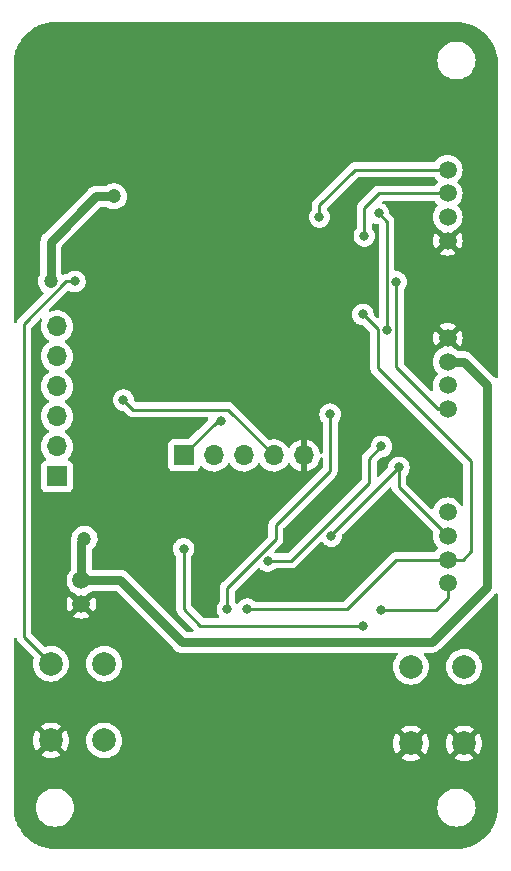
<source format=gbr>
G04 #@! TF.GenerationSoftware,KiCad,Pcbnew,(6.0.1)*
G04 #@! TF.CreationDate,2022-03-01T20:17:54-08:00*
G04 #@! TF.ProjectId,ESP32-Lora,45535033-322d-44c6-9f72-612e6b696361,rev?*
G04 #@! TF.SameCoordinates,Original*
G04 #@! TF.FileFunction,Copper,L2,Bot*
G04 #@! TF.FilePolarity,Positive*
%FSLAX46Y46*%
G04 Gerber Fmt 4.6, Leading zero omitted, Abs format (unit mm)*
G04 Created by KiCad (PCBNEW (6.0.1)) date 2022-03-01 20:17:54*
%MOMM*%
%LPD*%
G01*
G04 APERTURE LIST*
G04 #@! TA.AperFunction,ComponentPad*
%ADD10C,1.500000*%
G04 #@! TD*
G04 #@! TA.AperFunction,ComponentPad*
%ADD11C,2.000000*%
G04 #@! TD*
G04 #@! TA.AperFunction,ComponentPad*
%ADD12R,1.700000X1.700000*%
G04 #@! TD*
G04 #@! TA.AperFunction,ComponentPad*
%ADD13O,1.700000X1.700000*%
G04 #@! TD*
G04 #@! TA.AperFunction,ViaPad*
%ADD14C,0.800000*%
G04 #@! TD*
G04 #@! TA.AperFunction,ViaPad*
%ADD15C,1.200000*%
G04 #@! TD*
G04 #@! TA.AperFunction,Conductor*
%ADD16C,0.250000*%
G04 #@! TD*
G04 #@! TA.AperFunction,Conductor*
%ADD17C,0.750000*%
G04 #@! TD*
G04 APERTURE END LIST*
D10*
X139250000Y-105000000D03*
X139250000Y-103000000D03*
X139250000Y-101000000D03*
X139250000Y-99000000D03*
D11*
X105664000Y-147320000D03*
X110164000Y-147320000D03*
X110164000Y-140820000D03*
X105664000Y-140820000D03*
D10*
X139250000Y-119250000D03*
X139250000Y-117250000D03*
X139250000Y-115250000D03*
X139250000Y-113250000D03*
D11*
X136144000Y-147574000D03*
X140644000Y-147574000D03*
X140644000Y-141074000D03*
X136144000Y-141074000D03*
D10*
X108250000Y-133750000D03*
X108250000Y-135750000D03*
D12*
X116920000Y-123190000D03*
D13*
X119460000Y-123190000D03*
X122000000Y-123190000D03*
X124540000Y-123190000D03*
X127080000Y-123190000D03*
D10*
X139250000Y-134000000D03*
X139250000Y-132000000D03*
X139250000Y-130000000D03*
X139250000Y-128000000D03*
D12*
X106172000Y-124968000D03*
D13*
X106172000Y-122428000D03*
X106172000Y-119888000D03*
X106172000Y-117348000D03*
X106172000Y-114808000D03*
X106172000Y-112268000D03*
D14*
X107696000Y-108458000D03*
X135382000Y-130048000D03*
X129115495Y-155451740D03*
X110455105Y-155401307D03*
X132334000Y-141224000D03*
X111506000Y-120650000D03*
X132334000Y-148082000D03*
X135890000Y-155448000D03*
X123952000Y-127050800D03*
X139192000Y-109220000D03*
X132334000Y-130048000D03*
X114503200Y-126288800D03*
X120894837Y-155451740D03*
X105156000Y-97028000D03*
X138836400Y-124307600D03*
X139700000Y-94742000D03*
X125933200Y-130251200D03*
X105156000Y-89916000D03*
D15*
X105664000Y-108458000D03*
X111000000Y-101250000D03*
D14*
X116800000Y-139000000D03*
D15*
X108500000Y-130250000D03*
D14*
X120067299Y-120232701D03*
X111800000Y-118500000D03*
X134900000Y-108500000D03*
X134112000Y-112600000D03*
X133400000Y-102700000D03*
X135128000Y-124206000D03*
X129412299Y-130012299D03*
X132080000Y-111252000D03*
X122300000Y-136200000D03*
X133629200Y-136270800D03*
X133641500Y-122428000D03*
X124000000Y-132124500D03*
X128400000Y-103000000D03*
X132200000Y-104600000D03*
X132100000Y-137600000D03*
X116900000Y-131100000D03*
X129300000Y-119700000D03*
X120600000Y-136200000D03*
D16*
X103378000Y-112051457D02*
X103378000Y-138534000D01*
X107696000Y-108458000D02*
X106971457Y-108458000D01*
X106971457Y-108458000D02*
X103378000Y-112051457D01*
X103378000Y-138534000D02*
X105664000Y-140820000D01*
D17*
X142600000Y-134300000D02*
X142600000Y-117200000D01*
X108250000Y-130500000D02*
X108500000Y-130250000D01*
X116800000Y-139000000D02*
X137900000Y-139000000D01*
X105664000Y-108458000D02*
X105664000Y-105086000D01*
X137900000Y-139000000D02*
X142600000Y-134300000D01*
X140650000Y-115250000D02*
X139250000Y-115250000D01*
X111550000Y-133750000D02*
X116800000Y-139000000D01*
X142600000Y-117200000D02*
X140650000Y-115250000D01*
X109500000Y-101250000D02*
X111000000Y-101250000D01*
X108250000Y-133750000D02*
X108250000Y-130500000D01*
X108250000Y-133750000D02*
X111550000Y-133750000D01*
X105664000Y-105086000D02*
X109500000Y-101250000D01*
D16*
X116920000Y-123120000D02*
X116900000Y-123100000D01*
X119767299Y-120232701D02*
X120067299Y-120232701D01*
X116920000Y-123190000D02*
X116920000Y-123120000D01*
X116900000Y-123100000D02*
X119767299Y-120232701D01*
X112600000Y-119300000D02*
X111800000Y-118500000D01*
X124540000Y-123190000D02*
X120650000Y-119300000D01*
X120650000Y-119300000D02*
X112600000Y-119300000D01*
X138450000Y-119250000D02*
X139250000Y-119250000D01*
X134900000Y-108500000D02*
X134900000Y-115700000D01*
X134900000Y-115700000D02*
X138450000Y-119250000D01*
X134112000Y-112600000D02*
X134112000Y-103412000D01*
X134112000Y-103412000D02*
X133400000Y-102700000D01*
X134124500Y-125175500D02*
X134158500Y-125175500D01*
X135128000Y-125878000D02*
X135128000Y-124206000D01*
X129412299Y-130012299D02*
X129412299Y-129887701D01*
X129412299Y-129887701D02*
X134124500Y-125175500D01*
X134158500Y-125175500D02*
X135128000Y-124206000D01*
X139250000Y-130000000D02*
X135128000Y-125878000D01*
X132080000Y-111252000D02*
X133350000Y-112522000D01*
X140542000Y-132000000D02*
X139250000Y-132000000D01*
X134900000Y-132000000D02*
X139250000Y-132000000D01*
X133350000Y-115824000D02*
X141224000Y-123698000D01*
X122300000Y-136200000D02*
X130700000Y-136200000D01*
X133350000Y-112522000D02*
X133350000Y-115824000D01*
X130700000Y-136200000D02*
X134900000Y-132000000D01*
X141224000Y-131318000D02*
X140542000Y-132000000D01*
X141224000Y-123698000D02*
X141224000Y-131318000D01*
X132600000Y-123469500D02*
X132600000Y-125500000D01*
X124000000Y-132124500D02*
X125975500Y-132124500D01*
X138277600Y-136245600D02*
X139250000Y-135273200D01*
X133629200Y-136270800D02*
X133629600Y-136270800D01*
X133629600Y-136270800D02*
X133654800Y-136245600D01*
X133654800Y-136245600D02*
X138277600Y-136245600D01*
X139250000Y-135273200D02*
X139250000Y-134000000D01*
X133641500Y-122428000D02*
X132600000Y-123469500D01*
X125975500Y-132124500D02*
X132600000Y-125500000D01*
X131400000Y-99000000D02*
X139250000Y-99000000D01*
X128400000Y-103000000D02*
X128400000Y-102000000D01*
X128400000Y-102000000D02*
X131400000Y-99000000D01*
X132200000Y-104600000D02*
X132200000Y-102200000D01*
X132200000Y-102200000D02*
X133400000Y-101000000D01*
X133400000Y-101000000D02*
X139250000Y-101000000D01*
X116900000Y-136200000D02*
X118300000Y-137600000D01*
X118300000Y-137600000D02*
X132100000Y-137600000D01*
X116900000Y-131100000D02*
X116900000Y-136200000D01*
X129300000Y-124500000D02*
X129300000Y-119700000D01*
X124700000Y-129100000D02*
X129300000Y-124500000D01*
X124700000Y-130300000D02*
X124700000Y-129100000D01*
X120600000Y-134400000D02*
X124700000Y-130300000D01*
X120600000Y-136200000D02*
X120600000Y-134400000D01*
G04 #@! TA.AperFunction,Conductor*
G36*
X139970057Y-86509500D02*
G01*
X139984858Y-86511805D01*
X139984861Y-86511805D01*
X139993730Y-86513186D01*
X140013054Y-86510659D01*
X140035570Y-86509747D01*
X140336100Y-86524512D01*
X140348394Y-86525722D01*
X140675139Y-86574191D01*
X140687249Y-86576599D01*
X141007674Y-86656861D01*
X141019507Y-86660451D01*
X141330494Y-86771725D01*
X141341918Y-86776456D01*
X141640523Y-86917685D01*
X141651428Y-86923514D01*
X141934745Y-87093328D01*
X141945026Y-87100198D01*
X142210329Y-87296960D01*
X142219887Y-87304804D01*
X142464630Y-87526626D01*
X142473374Y-87535370D01*
X142695196Y-87780113D01*
X142703040Y-87789671D01*
X142899802Y-88054974D01*
X142906672Y-88065255D01*
X143056346Y-88314970D01*
X143076486Y-88348572D01*
X143082315Y-88359477D01*
X143223544Y-88658082D01*
X143228275Y-88669506D01*
X143339549Y-88980493D01*
X143343138Y-88992324D01*
X143408036Y-89251409D01*
X143423399Y-89312743D01*
X143425809Y-89324861D01*
X143474277Y-89651601D01*
X143475489Y-89663907D01*
X143489890Y-89957062D01*
X143488543Y-89982624D01*
X143488195Y-89984857D01*
X143488195Y-89984861D01*
X143486814Y-89993730D01*
X143487978Y-90002632D01*
X143487978Y-90002635D01*
X143490936Y-90025251D01*
X143492000Y-90041589D01*
X143492000Y-116541819D01*
X143471998Y-116609940D01*
X143418342Y-116656433D01*
X143348068Y-116666537D01*
X143283488Y-116637043D01*
X143268080Y-116621113D01*
X143259555Y-116610585D01*
X143259545Y-116610574D01*
X143257472Y-116608014D01*
X143243427Y-116593969D01*
X143238886Y-116589184D01*
X143198856Y-116544726D01*
X143198855Y-116544725D01*
X143194434Y-116539815D01*
X143183574Y-116531925D01*
X143168546Y-116519088D01*
X141330912Y-114681454D01*
X141318075Y-114666426D01*
X141310185Y-114655566D01*
X141260816Y-114611114D01*
X141256031Y-114606573D01*
X141241986Y-114592528D01*
X141239409Y-114590441D01*
X141226554Y-114580031D01*
X141221538Y-114575747D01*
X141177080Y-114535717D01*
X141177075Y-114535713D01*
X141172169Y-114531296D01*
X141160552Y-114524589D01*
X141144259Y-114513391D01*
X141138971Y-114509109D01*
X141133839Y-114504953D01*
X141074637Y-114474787D01*
X141068867Y-114471654D01*
X141017055Y-114441740D01*
X141017050Y-114441738D01*
X141011331Y-114438436D01*
X141005051Y-114436395D01*
X141005043Y-114436392D01*
X140998579Y-114434292D01*
X140980317Y-114426728D01*
X140974251Y-114423637D01*
X140974242Y-114423634D01*
X140968363Y-114420638D01*
X140957672Y-114417773D01*
X140904196Y-114403444D01*
X140897894Y-114401578D01*
X140834702Y-114381046D01*
X140821372Y-114379645D01*
X140801929Y-114376042D01*
X140788971Y-114372570D01*
X140782381Y-114372225D01*
X140782377Y-114372224D01*
X140738427Y-114369921D01*
X140722628Y-114369093D01*
X140716069Y-114368577D01*
X140696306Y-114366500D01*
X140676445Y-114366500D01*
X140669850Y-114366327D01*
X140610098Y-114363195D01*
X140610094Y-114363195D01*
X140603507Y-114362850D01*
X140590253Y-114364949D01*
X140570544Y-114366500D01*
X140198477Y-114366500D01*
X140130356Y-114346498D01*
X140109382Y-114329595D01*
X140062038Y-114282251D01*
X140057527Y-114279092D01*
X139886158Y-114159097D01*
X139886152Y-114159093D01*
X139881654Y-114155944D01*
X139742671Y-114091136D01*
X139706826Y-114066037D01*
X139262811Y-113622021D01*
X139248868Y-113614408D01*
X139247034Y-113614539D01*
X139240420Y-113618790D01*
X138793175Y-114066036D01*
X138757330Y-114091135D01*
X138724316Y-114106530D01*
X138623334Y-114153618D01*
X138623331Y-114153620D01*
X138618347Y-114155944D01*
X138613840Y-114159100D01*
X138613838Y-114159101D01*
X138442473Y-114279092D01*
X138442470Y-114279094D01*
X138437962Y-114282251D01*
X138282251Y-114437962D01*
X138279094Y-114442470D01*
X138279092Y-114442473D01*
X138159101Y-114613838D01*
X138155944Y-114618347D01*
X138153621Y-114623329D01*
X138153618Y-114623334D01*
X138129788Y-114674439D01*
X138062880Y-114817924D01*
X138005885Y-115030629D01*
X137986693Y-115250000D01*
X138005885Y-115469371D01*
X138062880Y-115682076D01*
X138096446Y-115754058D01*
X138153618Y-115876666D01*
X138153621Y-115876671D01*
X138155944Y-115881653D01*
X138159100Y-115886160D01*
X138159101Y-115886162D01*
X138212694Y-115962700D01*
X138282251Y-116062038D01*
X138381118Y-116160905D01*
X138415144Y-116223217D01*
X138410079Y-116294032D01*
X138381118Y-116339095D01*
X138282251Y-116437962D01*
X138279094Y-116442470D01*
X138279092Y-116442473D01*
X138161379Y-116610585D01*
X138155944Y-116618347D01*
X138153621Y-116623329D01*
X138153618Y-116623334D01*
X138116078Y-116703840D01*
X138062880Y-116817924D01*
X138005885Y-117030629D01*
X137986693Y-117250000D01*
X138005885Y-117469371D01*
X138007308Y-117474681D01*
X138045453Y-117617039D01*
X138043763Y-117688016D01*
X138003969Y-117746812D01*
X137938705Y-117774760D01*
X137868691Y-117762987D01*
X137834651Y-117738746D01*
X135570405Y-115474500D01*
X135536379Y-115412188D01*
X135533500Y-115385405D01*
X135533500Y-113255475D01*
X137987674Y-113255475D01*
X138005901Y-113463804D01*
X138007804Y-113474599D01*
X138061928Y-113676595D01*
X138065674Y-113686887D01*
X138154054Y-113876417D01*
X138159534Y-113885907D01*
X138188411Y-113927149D01*
X138198887Y-113935523D01*
X138212334Y-113928455D01*
X138877979Y-113262811D01*
X138884356Y-113251132D01*
X139614408Y-113251132D01*
X139614539Y-113252966D01*
X139618790Y-113259580D01*
X140288391Y-113929180D01*
X140300161Y-113935607D01*
X140312176Y-113926311D01*
X140340466Y-113885907D01*
X140345946Y-113876417D01*
X140434326Y-113686887D01*
X140438072Y-113676595D01*
X140492196Y-113474599D01*
X140494099Y-113463804D01*
X140512326Y-113255475D01*
X140512326Y-113244525D01*
X140494099Y-113036196D01*
X140492196Y-113025401D01*
X140438072Y-112823405D01*
X140434326Y-112813113D01*
X140345946Y-112623583D01*
X140340466Y-112614093D01*
X140311589Y-112572851D01*
X140301113Y-112564477D01*
X140287666Y-112571545D01*
X139622021Y-113237189D01*
X139614408Y-113251132D01*
X138884356Y-113251132D01*
X138885592Y-113248868D01*
X138885461Y-113247034D01*
X138881210Y-113240420D01*
X138211609Y-112570820D01*
X138199839Y-112564393D01*
X138187824Y-112573689D01*
X138159534Y-112614093D01*
X138154054Y-112623583D01*
X138065674Y-112813113D01*
X138061928Y-112823405D01*
X138007804Y-113025401D01*
X138005901Y-113036196D01*
X137987674Y-113244525D01*
X137987674Y-113255475D01*
X135533500Y-113255475D01*
X135533500Y-112198887D01*
X138564477Y-112198887D01*
X138571545Y-112212334D01*
X139237189Y-112877979D01*
X139251132Y-112885592D01*
X139252966Y-112885461D01*
X139259580Y-112881210D01*
X139929180Y-112211609D01*
X139935607Y-112199839D01*
X139926313Y-112187825D01*
X139885912Y-112159536D01*
X139876416Y-112154053D01*
X139686887Y-112065674D01*
X139676595Y-112061928D01*
X139474599Y-112007804D01*
X139463804Y-112005901D01*
X139255475Y-111987674D01*
X139244525Y-111987674D01*
X139036196Y-112005901D01*
X139025401Y-112007804D01*
X138823405Y-112061928D01*
X138813113Y-112065674D01*
X138623583Y-112154054D01*
X138614093Y-112159534D01*
X138572851Y-112188411D01*
X138564477Y-112198887D01*
X135533500Y-112198887D01*
X135533500Y-109202524D01*
X135553502Y-109134403D01*
X135565858Y-109118221D01*
X135639040Y-109036944D01*
X135734527Y-108871556D01*
X135793542Y-108689928D01*
X135797297Y-108654206D01*
X135812814Y-108506565D01*
X135813504Y-108500000D01*
X135793542Y-108310072D01*
X135734527Y-108128444D01*
X135639040Y-107963056D01*
X135545929Y-107859645D01*
X135515675Y-107826045D01*
X135515674Y-107826044D01*
X135511253Y-107821134D01*
X135356752Y-107708882D01*
X135350724Y-107706198D01*
X135350722Y-107706197D01*
X135188319Y-107633891D01*
X135188318Y-107633891D01*
X135182288Y-107631206D01*
X135054502Y-107604044D01*
X135001944Y-107592872D01*
X135001939Y-107592872D01*
X134995487Y-107591500D01*
X134871500Y-107591500D01*
X134803379Y-107571498D01*
X134756886Y-107517842D01*
X134745500Y-107465500D01*
X134745500Y-106050161D01*
X138564393Y-106050161D01*
X138573687Y-106062175D01*
X138614088Y-106090464D01*
X138623584Y-106095947D01*
X138813113Y-106184326D01*
X138823405Y-106188072D01*
X139025401Y-106242196D01*
X139036196Y-106244099D01*
X139244525Y-106262326D01*
X139255475Y-106262326D01*
X139463804Y-106244099D01*
X139474599Y-106242196D01*
X139676595Y-106188072D01*
X139686887Y-106184326D01*
X139876416Y-106095947D01*
X139885912Y-106090464D01*
X139927148Y-106061590D01*
X139935523Y-106051112D01*
X139928457Y-106037668D01*
X139262811Y-105372021D01*
X139248868Y-105364408D01*
X139247034Y-105364539D01*
X139240420Y-105368790D01*
X138570820Y-106038391D01*
X138564393Y-106050161D01*
X134745500Y-106050161D01*
X134745500Y-105005475D01*
X137987674Y-105005475D01*
X138005901Y-105213804D01*
X138007804Y-105224599D01*
X138061928Y-105426595D01*
X138065674Y-105436887D01*
X138154054Y-105626417D01*
X138159534Y-105635907D01*
X138188411Y-105677149D01*
X138198887Y-105685523D01*
X138212334Y-105678455D01*
X138877979Y-105012811D01*
X138884356Y-105001132D01*
X139614408Y-105001132D01*
X139614539Y-105002966D01*
X139618790Y-105009580D01*
X140288391Y-105679180D01*
X140300161Y-105685607D01*
X140312176Y-105676311D01*
X140340466Y-105635907D01*
X140345946Y-105626417D01*
X140434326Y-105436887D01*
X140438072Y-105426595D01*
X140492196Y-105224599D01*
X140494099Y-105213804D01*
X140512326Y-105005475D01*
X140512326Y-104994525D01*
X140494099Y-104786196D01*
X140492196Y-104775401D01*
X140438072Y-104573405D01*
X140434326Y-104563113D01*
X140345946Y-104373583D01*
X140340466Y-104364093D01*
X140311589Y-104322851D01*
X140301113Y-104314477D01*
X140287666Y-104321545D01*
X139622021Y-104987189D01*
X139614408Y-105001132D01*
X138884356Y-105001132D01*
X138885592Y-104998868D01*
X138885461Y-104997034D01*
X138881210Y-104990420D01*
X138211609Y-104320820D01*
X138199839Y-104314393D01*
X138187824Y-104323689D01*
X138159534Y-104364093D01*
X138154054Y-104373583D01*
X138065674Y-104563113D01*
X138061928Y-104573405D01*
X138007804Y-104775401D01*
X138005901Y-104786196D01*
X137987674Y-104994525D01*
X137987674Y-105005475D01*
X134745500Y-105005475D01*
X134745500Y-103490767D01*
X134746027Y-103479584D01*
X134747702Y-103472091D01*
X134745562Y-103404014D01*
X134745500Y-103400055D01*
X134745500Y-103372144D01*
X134744995Y-103368144D01*
X134744062Y-103356301D01*
X134742922Y-103320030D01*
X134742673Y-103312111D01*
X134737021Y-103292657D01*
X134733013Y-103273300D01*
X134731468Y-103261070D01*
X134731468Y-103261069D01*
X134730474Y-103253203D01*
X134727555Y-103245830D01*
X134714196Y-103212088D01*
X134710351Y-103200858D01*
X134700229Y-103166017D01*
X134700229Y-103166016D01*
X134698018Y-103158407D01*
X134693985Y-103151588D01*
X134693983Y-103151583D01*
X134687707Y-103140972D01*
X134679012Y-103123224D01*
X134671552Y-103104383D01*
X134645564Y-103068613D01*
X134639048Y-103058693D01*
X134620580Y-103027465D01*
X134620578Y-103027462D01*
X134616542Y-103020638D01*
X134602221Y-103006317D01*
X134589380Y-102991283D01*
X134582132Y-102981307D01*
X134577472Y-102974893D01*
X134543401Y-102946707D01*
X134534622Y-102938718D01*
X134347122Y-102751218D01*
X134313096Y-102688906D01*
X134310907Y-102675293D01*
X134294232Y-102516635D01*
X134294232Y-102516633D01*
X134293542Y-102510072D01*
X134234527Y-102328444D01*
X134139040Y-102163056D01*
X134031871Y-102044032D01*
X134015675Y-102026045D01*
X134015674Y-102026044D01*
X134011253Y-102021134D01*
X133882927Y-101927899D01*
X133862094Y-101912763D01*
X133862093Y-101912762D01*
X133856752Y-101908882D01*
X133850724Y-101906198D01*
X133850722Y-101906197D01*
X133779769Y-101874607D01*
X133725673Y-101828627D01*
X133705024Y-101760700D01*
X133724376Y-101692391D01*
X133777587Y-101645390D01*
X133831018Y-101633500D01*
X138091646Y-101633500D01*
X138159767Y-101653502D01*
X138194858Y-101687228D01*
X138205617Y-101702593D01*
X138276109Y-101803266D01*
X138282251Y-101812038D01*
X138381118Y-101910905D01*
X138415144Y-101973217D01*
X138410079Y-102044032D01*
X138381118Y-102089095D01*
X138282251Y-102187962D01*
X138279094Y-102192470D01*
X138279092Y-102192473D01*
X138160741Y-102361496D01*
X138155944Y-102368347D01*
X138153621Y-102373329D01*
X138153618Y-102373334D01*
X138145477Y-102390793D01*
X138062880Y-102567924D01*
X138005885Y-102780629D01*
X137986693Y-103000000D01*
X138005885Y-103219371D01*
X138062880Y-103432076D01*
X138084718Y-103478907D01*
X138153618Y-103626666D01*
X138153621Y-103626671D01*
X138155944Y-103631653D01*
X138159100Y-103636160D01*
X138159101Y-103636162D01*
X138269483Y-103793803D01*
X138282251Y-103812038D01*
X138437962Y-103967749D01*
X138442471Y-103970906D01*
X138442473Y-103970908D01*
X138613842Y-104090903D01*
X138613848Y-104090907D01*
X138618346Y-104094056D01*
X138757329Y-104158864D01*
X138793174Y-104183963D01*
X139237189Y-104627979D01*
X139251132Y-104635592D01*
X139252966Y-104635461D01*
X139259580Y-104631210D01*
X139706826Y-104183963D01*
X139742671Y-104158864D01*
X139881654Y-104094056D01*
X139886152Y-104090907D01*
X139886158Y-104090903D01*
X140057527Y-103970908D01*
X140057529Y-103970906D01*
X140062038Y-103967749D01*
X140217749Y-103812038D01*
X140230518Y-103793803D01*
X140340899Y-103636162D01*
X140340900Y-103636160D01*
X140344056Y-103631653D01*
X140346379Y-103626671D01*
X140346382Y-103626666D01*
X140415282Y-103478907D01*
X140437120Y-103432076D01*
X140494115Y-103219371D01*
X140513307Y-103000000D01*
X140494115Y-102780629D01*
X140437120Y-102567924D01*
X140354523Y-102390793D01*
X140346382Y-102373334D01*
X140346379Y-102373329D01*
X140344056Y-102368347D01*
X140339259Y-102361496D01*
X140220908Y-102192473D01*
X140220906Y-102192470D01*
X140217749Y-102187962D01*
X140118882Y-102089095D01*
X140084856Y-102026783D01*
X140089921Y-101955968D01*
X140118882Y-101910905D01*
X140217749Y-101812038D01*
X140223892Y-101803266D01*
X140340899Y-101636162D01*
X140340900Y-101636160D01*
X140344056Y-101631653D01*
X140346379Y-101626671D01*
X140346382Y-101626666D01*
X140403424Y-101504337D01*
X140437120Y-101432076D01*
X140494115Y-101219371D01*
X140513307Y-101000000D01*
X140494115Y-100780629D01*
X140437120Y-100567924D01*
X140374807Y-100434292D01*
X140346382Y-100373334D01*
X140346379Y-100373329D01*
X140344056Y-100368347D01*
X140336180Y-100357099D01*
X140220908Y-100192473D01*
X140220906Y-100192470D01*
X140217749Y-100187962D01*
X140118882Y-100089095D01*
X140084856Y-100026783D01*
X140089921Y-99955968D01*
X140118882Y-99910905D01*
X140217749Y-99812038D01*
X140305142Y-99687229D01*
X140340899Y-99636162D01*
X140340900Y-99636160D01*
X140344056Y-99631653D01*
X140346379Y-99626671D01*
X140346382Y-99626666D01*
X140434795Y-99437061D01*
X140437120Y-99432076D01*
X140494115Y-99219371D01*
X140513307Y-99000000D01*
X140494115Y-98780629D01*
X140437120Y-98567924D01*
X140376316Y-98437528D01*
X140346382Y-98373334D01*
X140346379Y-98373329D01*
X140344056Y-98368347D01*
X140336180Y-98357099D01*
X140220908Y-98192473D01*
X140220906Y-98192470D01*
X140217749Y-98187962D01*
X140062038Y-98032251D01*
X139881654Y-97905944D01*
X139682076Y-97812880D01*
X139469371Y-97755885D01*
X139250000Y-97736693D01*
X139030629Y-97755885D01*
X138817924Y-97812880D01*
X138724562Y-97856415D01*
X138623334Y-97903618D01*
X138623329Y-97903621D01*
X138618347Y-97905944D01*
X138613840Y-97909100D01*
X138613838Y-97909101D01*
X138442473Y-98029092D01*
X138442470Y-98029094D01*
X138437962Y-98032251D01*
X138282251Y-98187962D01*
X138279094Y-98192470D01*
X138279092Y-98192473D01*
X138194859Y-98312771D01*
X138139402Y-98357099D01*
X138091646Y-98366500D01*
X131478768Y-98366500D01*
X131467585Y-98365973D01*
X131460092Y-98364298D01*
X131452166Y-98364547D01*
X131452165Y-98364547D01*
X131392002Y-98366438D01*
X131388044Y-98366500D01*
X131360144Y-98366500D01*
X131356154Y-98367004D01*
X131344320Y-98367936D01*
X131300111Y-98369326D01*
X131292495Y-98371539D01*
X131292493Y-98371539D01*
X131280652Y-98374979D01*
X131261293Y-98378988D01*
X131259983Y-98379154D01*
X131241203Y-98381526D01*
X131233837Y-98384442D01*
X131233831Y-98384444D01*
X131200098Y-98397800D01*
X131188868Y-98401645D01*
X131154017Y-98411770D01*
X131146407Y-98413981D01*
X131139584Y-98418016D01*
X131128966Y-98424295D01*
X131111213Y-98432992D01*
X131103568Y-98436019D01*
X131092383Y-98440448D01*
X131085968Y-98445109D01*
X131056612Y-98466437D01*
X131046695Y-98472951D01*
X131008638Y-98495458D01*
X130994317Y-98509779D01*
X130979284Y-98522619D01*
X130962893Y-98534528D01*
X130957842Y-98540634D01*
X130934702Y-98568605D01*
X130926712Y-98577384D01*
X128007747Y-101496348D01*
X127999461Y-101503888D01*
X127992982Y-101508000D01*
X127987557Y-101513777D01*
X127946357Y-101557651D01*
X127943602Y-101560493D01*
X127923865Y-101580230D01*
X127921385Y-101583427D01*
X127913682Y-101592447D01*
X127883414Y-101624679D01*
X127879595Y-101631625D01*
X127879593Y-101631628D01*
X127873652Y-101642434D01*
X127862801Y-101658953D01*
X127850386Y-101674959D01*
X127847241Y-101682228D01*
X127847238Y-101682232D01*
X127832826Y-101715537D01*
X127827609Y-101726187D01*
X127806305Y-101764940D01*
X127804334Y-101772615D01*
X127804334Y-101772616D01*
X127801267Y-101784562D01*
X127794863Y-101803266D01*
X127786819Y-101821855D01*
X127785580Y-101829678D01*
X127785577Y-101829688D01*
X127779901Y-101865524D01*
X127777495Y-101877144D01*
X127776189Y-101882232D01*
X127766500Y-101919970D01*
X127766500Y-101940224D01*
X127764949Y-101959934D01*
X127761780Y-101979943D01*
X127762526Y-101987835D01*
X127765941Y-102023961D01*
X127766500Y-102035819D01*
X127766500Y-102297476D01*
X127746498Y-102365597D01*
X127734142Y-102381779D01*
X127660960Y-102463056D01*
X127565473Y-102628444D01*
X127506458Y-102810072D01*
X127486496Y-103000000D01*
X127487186Y-103006565D01*
X127501313Y-103140972D01*
X127506458Y-103189928D01*
X127565473Y-103371556D01*
X127660960Y-103536944D01*
X127665378Y-103541851D01*
X127665379Y-103541852D01*
X127784325Y-103673955D01*
X127788747Y-103678866D01*
X127943248Y-103791118D01*
X127949276Y-103793802D01*
X127949278Y-103793803D01*
X127980103Y-103807527D01*
X128117712Y-103868794D01*
X128211112Y-103888647D01*
X128298056Y-103907128D01*
X128298061Y-103907128D01*
X128304513Y-103908500D01*
X128495487Y-103908500D01*
X128501939Y-103907128D01*
X128501944Y-103907128D01*
X128588887Y-103888647D01*
X128682288Y-103868794D01*
X128819897Y-103807527D01*
X128850722Y-103793803D01*
X128850724Y-103793802D01*
X128856752Y-103791118D01*
X129011253Y-103678866D01*
X129015675Y-103673955D01*
X129134621Y-103541852D01*
X129134622Y-103541851D01*
X129139040Y-103536944D01*
X129234527Y-103371556D01*
X129293542Y-103189928D01*
X129298688Y-103140972D01*
X129312814Y-103006565D01*
X129313504Y-103000000D01*
X129293542Y-102810072D01*
X129234527Y-102628444D01*
X129139040Y-102463056D01*
X129073974Y-102390793D01*
X129043257Y-102326785D01*
X129052022Y-102256332D01*
X129078516Y-102217388D01*
X131625499Y-99670405D01*
X131687811Y-99636379D01*
X131714594Y-99633500D01*
X138091646Y-99633500D01*
X138159767Y-99653502D01*
X138194858Y-99687228D01*
X138282251Y-99812038D01*
X138381118Y-99910905D01*
X138415144Y-99973217D01*
X138410079Y-100044032D01*
X138381118Y-100089095D01*
X138282251Y-100187962D01*
X138279094Y-100192470D01*
X138279092Y-100192473D01*
X138194859Y-100312771D01*
X138139402Y-100357099D01*
X138091646Y-100366500D01*
X133478767Y-100366500D01*
X133467584Y-100365973D01*
X133460091Y-100364298D01*
X133452165Y-100364547D01*
X133452164Y-100364547D01*
X133392014Y-100366438D01*
X133388055Y-100366500D01*
X133360144Y-100366500D01*
X133356210Y-100366997D01*
X133356209Y-100366997D01*
X133356144Y-100367005D01*
X133344307Y-100367938D01*
X133313024Y-100368921D01*
X133308029Y-100369078D01*
X133300110Y-100369327D01*
X133290138Y-100372224D01*
X133280658Y-100374978D01*
X133261306Y-100378986D01*
X133256091Y-100379645D01*
X133241203Y-100381526D01*
X133233834Y-100384443D01*
X133233832Y-100384444D01*
X133200097Y-100397800D01*
X133188869Y-100401645D01*
X133146407Y-100413982D01*
X133139585Y-100418016D01*
X133139579Y-100418019D01*
X133128968Y-100424294D01*
X133111218Y-100432990D01*
X133099756Y-100437528D01*
X133099751Y-100437531D01*
X133092383Y-100440448D01*
X133085968Y-100445109D01*
X133056625Y-100466427D01*
X133046707Y-100472943D01*
X133043564Y-100474802D01*
X133008637Y-100495458D01*
X132994313Y-100509782D01*
X132979281Y-100522621D01*
X132962893Y-100534528D01*
X132935265Y-100567924D01*
X132934712Y-100568593D01*
X132926722Y-100577373D01*
X131807747Y-101696348D01*
X131799461Y-101703888D01*
X131792982Y-101708000D01*
X131787557Y-101713777D01*
X131746357Y-101757651D01*
X131743602Y-101760493D01*
X131723865Y-101780230D01*
X131721385Y-101783427D01*
X131713682Y-101792447D01*
X131683414Y-101824679D01*
X131679595Y-101831625D01*
X131679593Y-101831628D01*
X131673652Y-101842434D01*
X131662801Y-101858953D01*
X131650386Y-101874959D01*
X131647241Y-101882228D01*
X131647238Y-101882232D01*
X131632826Y-101915537D01*
X131627609Y-101926187D01*
X131606305Y-101964940D01*
X131604334Y-101972615D01*
X131604334Y-101972616D01*
X131601267Y-101984562D01*
X131594863Y-102003266D01*
X131586819Y-102021855D01*
X131585580Y-102029678D01*
X131585577Y-102029688D01*
X131579901Y-102065524D01*
X131577495Y-102077144D01*
X131566500Y-102119970D01*
X131566500Y-102140224D01*
X131564949Y-102159934D01*
X131561780Y-102179943D01*
X131562526Y-102187835D01*
X131565941Y-102223961D01*
X131566500Y-102235819D01*
X131566500Y-103897476D01*
X131546498Y-103965597D01*
X131534142Y-103981779D01*
X131460960Y-104063056D01*
X131365473Y-104228444D01*
X131306458Y-104410072D01*
X131305768Y-104416633D01*
X131305768Y-104416635D01*
X131296013Y-104509446D01*
X131286496Y-104600000D01*
X131306458Y-104789928D01*
X131365473Y-104971556D01*
X131460960Y-105136944D01*
X131465378Y-105141851D01*
X131465379Y-105141852D01*
X131477702Y-105155538D01*
X131588747Y-105278866D01*
X131743248Y-105391118D01*
X131749276Y-105393802D01*
X131749278Y-105393803D01*
X131911681Y-105466109D01*
X131917712Y-105468794D01*
X132011113Y-105488647D01*
X132098056Y-105507128D01*
X132098061Y-105507128D01*
X132104513Y-105508500D01*
X132295487Y-105508500D01*
X132301939Y-105507128D01*
X132301944Y-105507128D01*
X132388887Y-105488647D01*
X132482288Y-105468794D01*
X132488319Y-105466109D01*
X132650722Y-105393803D01*
X132650724Y-105393802D01*
X132656752Y-105391118D01*
X132811253Y-105278866D01*
X132922298Y-105155538D01*
X132934621Y-105141852D01*
X132934622Y-105141851D01*
X132939040Y-105136944D01*
X133034527Y-104971556D01*
X133093542Y-104789928D01*
X133113504Y-104600000D01*
X133103987Y-104509446D01*
X133094232Y-104416635D01*
X133094232Y-104416633D01*
X133093542Y-104410072D01*
X133034527Y-104228444D01*
X132939040Y-104063056D01*
X132865863Y-103981785D01*
X132835147Y-103917779D01*
X132833500Y-103897476D01*
X132833500Y-103636278D01*
X132853502Y-103568157D01*
X132907158Y-103521664D01*
X132977432Y-103511560D01*
X133010747Y-103521171D01*
X133117712Y-103568794D01*
X133211112Y-103588647D01*
X133298056Y-103607128D01*
X133298061Y-103607128D01*
X133304513Y-103608500D01*
X133352500Y-103608500D01*
X133420621Y-103628502D01*
X133467114Y-103682158D01*
X133478500Y-103734500D01*
X133478500Y-111450405D01*
X133458498Y-111518526D01*
X133404842Y-111565019D01*
X133334568Y-111575123D01*
X133269988Y-111545629D01*
X133263405Y-111539500D01*
X133027122Y-111303217D01*
X132993096Y-111240905D01*
X132990907Y-111227292D01*
X132974232Y-111068635D01*
X132974232Y-111068633D01*
X132973542Y-111062072D01*
X132914527Y-110880444D01*
X132819040Y-110715056D01*
X132691253Y-110573134D01*
X132536752Y-110460882D01*
X132530724Y-110458198D01*
X132530722Y-110458197D01*
X132368319Y-110385891D01*
X132368318Y-110385891D01*
X132362288Y-110383206D01*
X132268887Y-110363353D01*
X132181944Y-110344872D01*
X132181939Y-110344872D01*
X132175487Y-110343500D01*
X131984513Y-110343500D01*
X131978061Y-110344872D01*
X131978056Y-110344872D01*
X131891113Y-110363353D01*
X131797712Y-110383206D01*
X131791682Y-110385891D01*
X131791681Y-110385891D01*
X131629278Y-110458197D01*
X131629276Y-110458198D01*
X131623248Y-110460882D01*
X131468747Y-110573134D01*
X131340960Y-110715056D01*
X131245473Y-110880444D01*
X131186458Y-111062072D01*
X131185768Y-111068633D01*
X131185768Y-111068635D01*
X131178709Y-111135800D01*
X131166496Y-111252000D01*
X131167186Y-111258565D01*
X131185463Y-111432457D01*
X131186458Y-111441928D01*
X131245473Y-111623556D01*
X131248776Y-111629278D01*
X131248777Y-111629279D01*
X131254723Y-111639577D01*
X131340960Y-111788944D01*
X131345378Y-111793851D01*
X131345379Y-111793852D01*
X131410375Y-111866037D01*
X131468747Y-111930866D01*
X131524574Y-111971427D01*
X131607120Y-112031400D01*
X131623248Y-112043118D01*
X131629276Y-112045802D01*
X131629278Y-112045803D01*
X131709078Y-112081332D01*
X131797712Y-112120794D01*
X131891113Y-112140647D01*
X131978056Y-112159128D01*
X131978061Y-112159128D01*
X131984513Y-112160500D01*
X132040406Y-112160500D01*
X132108527Y-112180502D01*
X132129501Y-112197405D01*
X132679595Y-112747499D01*
X132713621Y-112809811D01*
X132716500Y-112836594D01*
X132716500Y-115745233D01*
X132715973Y-115756416D01*
X132714298Y-115763909D01*
X132714547Y-115771835D01*
X132714547Y-115771836D01*
X132716438Y-115831986D01*
X132716500Y-115835945D01*
X132716500Y-115863856D01*
X132716997Y-115867790D01*
X132716997Y-115867791D01*
X132717005Y-115867856D01*
X132717938Y-115879693D01*
X132719327Y-115923889D01*
X132724978Y-115943339D01*
X132728987Y-115962700D01*
X132731526Y-115982797D01*
X132734445Y-115990168D01*
X132734445Y-115990170D01*
X132747804Y-116023912D01*
X132751649Y-116035142D01*
X132763982Y-116077593D01*
X132768015Y-116084412D01*
X132768017Y-116084417D01*
X132774293Y-116095028D01*
X132782988Y-116112776D01*
X132790448Y-116131617D01*
X132795110Y-116138033D01*
X132795110Y-116138034D01*
X132816436Y-116167387D01*
X132822952Y-116177307D01*
X132834961Y-116197612D01*
X132845458Y-116215362D01*
X132859779Y-116229683D01*
X132872619Y-116244716D01*
X132884528Y-116261107D01*
X132918605Y-116289298D01*
X132927384Y-116297288D01*
X140553595Y-123923499D01*
X140587621Y-123985811D01*
X140590500Y-124012594D01*
X140590500Y-127328498D01*
X140570498Y-127396619D01*
X140516842Y-127443112D01*
X140446568Y-127453216D01*
X140381988Y-127423722D01*
X140350305Y-127381748D01*
X140346382Y-127373334D01*
X140346379Y-127373329D01*
X140344056Y-127368347D01*
X140340899Y-127363838D01*
X140220908Y-127192473D01*
X140220906Y-127192470D01*
X140217749Y-127187962D01*
X140062038Y-127032251D01*
X139881654Y-126905944D01*
X139682076Y-126812880D01*
X139469371Y-126755885D01*
X139250000Y-126736693D01*
X139030629Y-126755885D01*
X138817924Y-126812880D01*
X138724562Y-126856415D01*
X138623334Y-126903618D01*
X138623329Y-126903621D01*
X138618347Y-126905944D01*
X138613840Y-126909100D01*
X138613838Y-126909101D01*
X138442473Y-127029092D01*
X138442470Y-127029094D01*
X138437962Y-127032251D01*
X138282251Y-127187962D01*
X138279094Y-127192470D01*
X138279092Y-127192473D01*
X138159101Y-127363838D01*
X138155944Y-127368347D01*
X138153621Y-127373329D01*
X138153618Y-127373334D01*
X138116369Y-127453216D01*
X138062880Y-127567924D01*
X138061456Y-127573237D01*
X138061456Y-127573238D01*
X138045601Y-127632410D01*
X138008650Y-127693033D01*
X137944789Y-127724054D01*
X137874294Y-127715626D01*
X137834799Y-127688894D01*
X135798405Y-125652500D01*
X135764379Y-125590188D01*
X135761500Y-125563405D01*
X135761500Y-124908524D01*
X135781502Y-124840403D01*
X135793858Y-124824221D01*
X135867040Y-124742944D01*
X135942353Y-124612498D01*
X135959223Y-124583279D01*
X135959224Y-124583278D01*
X135962527Y-124577556D01*
X136021542Y-124395928D01*
X136034305Y-124274500D01*
X136040814Y-124212565D01*
X136041504Y-124206000D01*
X136036429Y-124157715D01*
X136022232Y-124022635D01*
X136022232Y-124022633D01*
X136021542Y-124016072D01*
X135962527Y-123834444D01*
X135867040Y-123669056D01*
X135739253Y-123527134D01*
X135621545Y-123441614D01*
X135590094Y-123418763D01*
X135590093Y-123418762D01*
X135584752Y-123414882D01*
X135578724Y-123412198D01*
X135578722Y-123412197D01*
X135416319Y-123339891D01*
X135416318Y-123339891D01*
X135410288Y-123337206D01*
X135289300Y-123311489D01*
X135229944Y-123298872D01*
X135229939Y-123298872D01*
X135223487Y-123297500D01*
X135032513Y-123297500D01*
X135026061Y-123298872D01*
X135026056Y-123298872D01*
X134966700Y-123311489D01*
X134845712Y-123337206D01*
X134839682Y-123339891D01*
X134839681Y-123339891D01*
X134677278Y-123412197D01*
X134677276Y-123412198D01*
X134671248Y-123414882D01*
X134665907Y-123418762D01*
X134665906Y-123418763D01*
X134634455Y-123441614D01*
X134516747Y-123527134D01*
X134388960Y-123669056D01*
X134293473Y-123834444D01*
X134234458Y-124016072D01*
X134219328Y-124160031D01*
X134217093Y-124181292D01*
X134190080Y-124246949D01*
X134180879Y-124257217D01*
X133981662Y-124456433D01*
X133838735Y-124599360D01*
X133816796Y-124615831D01*
X133816882Y-124615949D01*
X133799450Y-124628614D01*
X133781112Y-124641937D01*
X133771195Y-124648451D01*
X133733138Y-124670958D01*
X133718817Y-124685279D01*
X133703784Y-124698119D01*
X133687393Y-124710028D01*
X133682342Y-124716134D01*
X133659202Y-124744105D01*
X133651212Y-124752884D01*
X133448595Y-124955501D01*
X133386283Y-124989527D01*
X133315468Y-124984462D01*
X133258632Y-124941915D01*
X133233821Y-124875395D01*
X133233500Y-124866406D01*
X133233500Y-123784094D01*
X133253502Y-123715973D01*
X133270405Y-123694999D01*
X133591999Y-123373405D01*
X133654311Y-123339379D01*
X133681094Y-123336500D01*
X133736987Y-123336500D01*
X133743439Y-123335128D01*
X133743444Y-123335128D01*
X133837491Y-123315137D01*
X133923788Y-123296794D01*
X133929819Y-123294109D01*
X134092222Y-123221803D01*
X134092224Y-123221802D01*
X134098252Y-123219118D01*
X134252753Y-123106866D01*
X134257920Y-123101128D01*
X134376121Y-122969852D01*
X134376122Y-122969851D01*
X134380540Y-122964944D01*
X134452431Y-122840425D01*
X134472723Y-122805279D01*
X134472724Y-122805278D01*
X134476027Y-122799556D01*
X134535042Y-122617928D01*
X134545684Y-122516680D01*
X134554314Y-122434565D01*
X134555004Y-122428000D01*
X134547274Y-122354457D01*
X134535732Y-122244635D01*
X134535732Y-122244633D01*
X134535042Y-122238072D01*
X134476027Y-122056444D01*
X134380540Y-121891056D01*
X134362627Y-121871161D01*
X134257175Y-121754045D01*
X134257174Y-121754044D01*
X134252753Y-121749134D01*
X134098252Y-121636882D01*
X134092224Y-121634198D01*
X134092222Y-121634197D01*
X133929819Y-121561891D01*
X133929818Y-121561891D01*
X133923788Y-121559206D01*
X133830387Y-121539353D01*
X133743444Y-121520872D01*
X133743439Y-121520872D01*
X133736987Y-121519500D01*
X133546013Y-121519500D01*
X133539561Y-121520872D01*
X133539556Y-121520872D01*
X133452613Y-121539353D01*
X133359212Y-121559206D01*
X133353182Y-121561891D01*
X133353181Y-121561891D01*
X133190778Y-121634197D01*
X133190776Y-121634198D01*
X133184748Y-121636882D01*
X133030247Y-121749134D01*
X133025826Y-121754044D01*
X133025825Y-121754045D01*
X132920374Y-121871161D01*
X132902460Y-121891056D01*
X132806973Y-122056444D01*
X132747958Y-122238072D01*
X132731497Y-122394695D01*
X132730593Y-122403292D01*
X132703580Y-122468949D01*
X132694378Y-122479217D01*
X132207747Y-122965848D01*
X132199461Y-122973388D01*
X132192982Y-122977500D01*
X132187557Y-122983277D01*
X132146357Y-123027151D01*
X132143602Y-123029993D01*
X132123865Y-123049730D01*
X132121385Y-123052927D01*
X132113682Y-123061947D01*
X132083414Y-123094179D01*
X132079595Y-123101125D01*
X132079593Y-123101128D01*
X132073652Y-123111934D01*
X132062801Y-123128453D01*
X132050386Y-123144459D01*
X132047241Y-123151728D01*
X132047238Y-123151732D01*
X132032826Y-123185037D01*
X132027609Y-123195687D01*
X132006305Y-123234440D01*
X132004334Y-123242115D01*
X132004334Y-123242116D01*
X132001267Y-123254062D01*
X131994863Y-123272766D01*
X131986819Y-123291355D01*
X131985580Y-123299178D01*
X131985577Y-123299188D01*
X131979901Y-123335024D01*
X131977495Y-123346644D01*
X131968472Y-123381789D01*
X131966500Y-123389470D01*
X131966500Y-123409724D01*
X131964949Y-123429434D01*
X131961780Y-123449443D01*
X131962526Y-123457335D01*
X131965941Y-123493461D01*
X131966500Y-123505319D01*
X131966500Y-125185406D01*
X131946498Y-125253527D01*
X131929595Y-125274501D01*
X125750000Y-131454095D01*
X125687688Y-131488121D01*
X125660905Y-131491000D01*
X124709094Y-131491000D01*
X124640973Y-131470998D01*
X124594480Y-131417342D01*
X124584376Y-131347068D01*
X124613870Y-131282488D01*
X124619999Y-131275905D01*
X125092247Y-130803657D01*
X125100537Y-130796113D01*
X125107018Y-130792000D01*
X125153659Y-130742332D01*
X125156413Y-130739491D01*
X125176135Y-130719769D01*
X125178612Y-130716576D01*
X125186317Y-130707555D01*
X125190783Y-130702799D01*
X125216586Y-130675321D01*
X125220407Y-130668371D01*
X125226346Y-130657568D01*
X125237202Y-130641041D01*
X125244757Y-130631302D01*
X125244758Y-130631300D01*
X125249614Y-130625040D01*
X125267174Y-130584460D01*
X125272391Y-130573812D01*
X125289875Y-130542009D01*
X125289876Y-130542007D01*
X125293695Y-130535060D01*
X125298733Y-130515437D01*
X125305137Y-130496734D01*
X125310033Y-130485420D01*
X125310033Y-130485419D01*
X125313181Y-130478145D01*
X125314420Y-130470322D01*
X125314423Y-130470312D01*
X125320099Y-130434476D01*
X125322505Y-130422856D01*
X125331528Y-130387711D01*
X125331528Y-130387710D01*
X125333500Y-130380030D01*
X125333500Y-130359776D01*
X125335051Y-130340065D01*
X125336980Y-130327886D01*
X125338220Y-130320057D01*
X125336975Y-130306881D01*
X125334059Y-130276039D01*
X125333500Y-130264181D01*
X125333500Y-129414594D01*
X125353502Y-129346473D01*
X125370405Y-129325499D01*
X129692247Y-125003657D01*
X129700537Y-124996113D01*
X129707018Y-124992000D01*
X129753659Y-124942332D01*
X129756413Y-124939491D01*
X129776134Y-124919770D01*
X129778612Y-124916575D01*
X129786318Y-124907553D01*
X129811158Y-124881101D01*
X129816586Y-124875321D01*
X129826346Y-124857568D01*
X129837199Y-124841045D01*
X129844753Y-124831306D01*
X129849613Y-124825041D01*
X129867176Y-124784457D01*
X129872383Y-124773827D01*
X129893695Y-124735060D01*
X129895666Y-124727383D01*
X129895668Y-124727378D01*
X129898732Y-124715442D01*
X129905138Y-124696730D01*
X129910034Y-124685417D01*
X129913181Y-124678145D01*
X129920097Y-124634481D01*
X129922504Y-124622860D01*
X129931528Y-124587711D01*
X129931528Y-124587710D01*
X129933500Y-124580030D01*
X129933500Y-124559769D01*
X129935051Y-124540058D01*
X129936979Y-124527885D01*
X129938219Y-124520057D01*
X129934059Y-124476046D01*
X129933500Y-124464189D01*
X129933500Y-120402524D01*
X129953502Y-120334403D01*
X129965858Y-120318221D01*
X130039040Y-120236944D01*
X130130971Y-120077715D01*
X130131223Y-120077279D01*
X130131224Y-120077278D01*
X130134527Y-120071556D01*
X130193542Y-119889928D01*
X130200225Y-119826348D01*
X130212814Y-119706565D01*
X130213504Y-119700000D01*
X130193542Y-119510072D01*
X130134527Y-119328444D01*
X130039040Y-119163056D01*
X129915996Y-119026401D01*
X129915675Y-119026045D01*
X129915674Y-119026044D01*
X129911253Y-119021134D01*
X129756752Y-118908882D01*
X129750724Y-118906198D01*
X129750722Y-118906197D01*
X129588319Y-118833891D01*
X129588318Y-118833891D01*
X129582288Y-118831206D01*
X129488887Y-118811353D01*
X129401944Y-118792872D01*
X129401939Y-118792872D01*
X129395487Y-118791500D01*
X129204513Y-118791500D01*
X129198061Y-118792872D01*
X129198056Y-118792872D01*
X129111113Y-118811353D01*
X129017712Y-118831206D01*
X129011682Y-118833891D01*
X129011681Y-118833891D01*
X128849278Y-118906197D01*
X128849276Y-118906198D01*
X128843248Y-118908882D01*
X128688747Y-119021134D01*
X128684326Y-119026044D01*
X128684325Y-119026045D01*
X128684005Y-119026401D01*
X128560960Y-119163056D01*
X128465473Y-119328444D01*
X128406458Y-119510072D01*
X128386496Y-119700000D01*
X128387186Y-119706565D01*
X128399776Y-119826348D01*
X128406458Y-119889928D01*
X128465473Y-120071556D01*
X128468776Y-120077278D01*
X128468777Y-120077279D01*
X128469029Y-120077715D01*
X128560960Y-120236944D01*
X128634137Y-120318215D01*
X128664853Y-120382221D01*
X128666500Y-120402524D01*
X128666500Y-122912618D01*
X128646498Y-122980739D01*
X128592842Y-123027232D01*
X128522568Y-123037336D01*
X128457988Y-123007842D01*
X128418296Y-122943314D01*
X128371214Y-122755875D01*
X128367894Y-122746124D01*
X128282972Y-122550814D01*
X128278105Y-122541739D01*
X128162426Y-122362926D01*
X128156136Y-122354757D01*
X128012806Y-122197240D01*
X128005273Y-122190215D01*
X127838139Y-122058222D01*
X127829552Y-122052517D01*
X127643117Y-121949599D01*
X127633705Y-121945369D01*
X127432959Y-121874280D01*
X127422988Y-121871646D01*
X127351837Y-121858972D01*
X127338540Y-121860432D01*
X127334000Y-121874989D01*
X127334000Y-124508517D01*
X127338064Y-124522359D01*
X127351478Y-124524393D01*
X127358184Y-124523534D01*
X127368262Y-124521392D01*
X127572255Y-124460191D01*
X127581842Y-124456433D01*
X127773095Y-124362739D01*
X127781945Y-124357464D01*
X127955328Y-124233792D01*
X127963200Y-124227139D01*
X128114052Y-124076812D01*
X128120730Y-124068965D01*
X128245003Y-123896020D01*
X128250313Y-123887183D01*
X128344670Y-123696267D01*
X128348469Y-123686672D01*
X128410376Y-123482915D01*
X128412555Y-123472834D01*
X128415578Y-123449873D01*
X128444300Y-123384946D01*
X128503565Y-123345854D01*
X128574557Y-123345009D01*
X128634735Y-123382679D01*
X128664995Y-123446904D01*
X128666500Y-123466319D01*
X128666500Y-124185405D01*
X128646498Y-124253526D01*
X128629595Y-124274500D01*
X124307747Y-128596348D01*
X124299461Y-128603888D01*
X124292982Y-128608000D01*
X124287557Y-128613777D01*
X124246357Y-128657651D01*
X124243602Y-128660493D01*
X124223865Y-128680230D01*
X124221385Y-128683427D01*
X124213682Y-128692447D01*
X124183414Y-128724679D01*
X124179595Y-128731625D01*
X124179593Y-128731628D01*
X124173652Y-128742434D01*
X124162801Y-128758953D01*
X124150386Y-128774959D01*
X124147241Y-128782228D01*
X124147238Y-128782232D01*
X124132826Y-128815537D01*
X124127609Y-128826187D01*
X124106305Y-128864940D01*
X124104334Y-128872615D01*
X124104334Y-128872616D01*
X124101267Y-128884562D01*
X124094863Y-128903266D01*
X124086819Y-128921855D01*
X124085580Y-128929678D01*
X124085577Y-128929688D01*
X124079901Y-128965524D01*
X124077495Y-128977144D01*
X124066500Y-129019970D01*
X124066500Y-129040224D01*
X124064949Y-129059934D01*
X124061780Y-129079943D01*
X124062526Y-129087835D01*
X124065941Y-129123961D01*
X124066500Y-129135819D01*
X124066500Y-129985406D01*
X124046498Y-130053527D01*
X124029595Y-130074501D01*
X120207747Y-133896348D01*
X120199461Y-133903888D01*
X120192982Y-133908000D01*
X120187557Y-133913777D01*
X120146357Y-133957651D01*
X120143602Y-133960493D01*
X120123865Y-133980230D01*
X120121385Y-133983427D01*
X120113682Y-133992447D01*
X120083414Y-134024679D01*
X120079595Y-134031625D01*
X120079593Y-134031628D01*
X120073652Y-134042434D01*
X120062801Y-134058953D01*
X120050386Y-134074959D01*
X120047241Y-134082228D01*
X120047238Y-134082232D01*
X120032826Y-134115537D01*
X120027609Y-134126187D01*
X120006305Y-134164940D01*
X120004334Y-134172615D01*
X120004334Y-134172616D01*
X120001267Y-134184562D01*
X119994863Y-134203266D01*
X119986819Y-134221855D01*
X119985580Y-134229678D01*
X119985577Y-134229688D01*
X119979901Y-134265524D01*
X119977495Y-134277144D01*
X119966500Y-134319970D01*
X119966500Y-134340224D01*
X119964949Y-134359934D01*
X119961780Y-134379943D01*
X119962526Y-134387835D01*
X119965941Y-134423961D01*
X119966500Y-134435819D01*
X119966500Y-135497476D01*
X119946498Y-135565597D01*
X119934142Y-135581779D01*
X119860960Y-135663056D01*
X119765473Y-135828444D01*
X119706458Y-136010072D01*
X119705768Y-136016633D01*
X119705768Y-136016635D01*
X119699017Y-136080872D01*
X119686496Y-136200000D01*
X119706458Y-136389928D01*
X119765473Y-136571556D01*
X119768776Y-136577278D01*
X119768777Y-136577279D01*
X119785176Y-136605683D01*
X119860960Y-136736944D01*
X119878291Y-136756192D01*
X119909007Y-136820198D01*
X119900242Y-136890651D01*
X119854779Y-136945182D01*
X119784653Y-136966500D01*
X118614594Y-136966500D01*
X118546473Y-136946498D01*
X118525503Y-136929599D01*
X117570403Y-135974498D01*
X117536379Y-135912188D01*
X117533500Y-135885405D01*
X117533500Y-131802524D01*
X117553502Y-131734403D01*
X117565858Y-131718221D01*
X117639040Y-131636944D01*
X117720727Y-131495458D01*
X117731223Y-131477279D01*
X117731224Y-131477278D01*
X117734527Y-131471556D01*
X117793542Y-131289928D01*
X117813504Y-131100000D01*
X117798366Y-130955968D01*
X117794232Y-130916635D01*
X117794232Y-130916633D01*
X117793542Y-130910072D01*
X117734527Y-130728444D01*
X117729519Y-130719769D01*
X117681248Y-130636162D01*
X117639040Y-130563056D01*
X117579324Y-130496734D01*
X117515675Y-130426045D01*
X117515674Y-130426044D01*
X117511253Y-130421134D01*
X117356752Y-130308882D01*
X117350724Y-130306198D01*
X117350722Y-130306197D01*
X117188319Y-130233891D01*
X117188318Y-130233891D01*
X117182288Y-130231206D01*
X117075489Y-130208505D01*
X117001944Y-130192872D01*
X117001939Y-130192872D01*
X116995487Y-130191500D01*
X116804513Y-130191500D01*
X116798061Y-130192872D01*
X116798056Y-130192872D01*
X116724511Y-130208505D01*
X116617712Y-130231206D01*
X116611682Y-130233891D01*
X116611681Y-130233891D01*
X116449278Y-130306197D01*
X116449276Y-130306198D01*
X116443248Y-130308882D01*
X116288747Y-130421134D01*
X116284326Y-130426044D01*
X116284325Y-130426045D01*
X116220677Y-130496734D01*
X116160960Y-130563056D01*
X116118752Y-130636162D01*
X116070482Y-130719769D01*
X116065473Y-130728444D01*
X116006458Y-130910072D01*
X116005768Y-130916633D01*
X116005768Y-130916635D01*
X116001634Y-130955968D01*
X115986496Y-131100000D01*
X116006458Y-131289928D01*
X116065473Y-131471556D01*
X116068776Y-131477278D01*
X116068777Y-131477279D01*
X116079273Y-131495458D01*
X116160960Y-131636944D01*
X116234137Y-131718215D01*
X116264853Y-131782221D01*
X116266500Y-131802524D01*
X116266500Y-136121233D01*
X116265973Y-136132416D01*
X116264298Y-136139909D01*
X116264547Y-136147835D01*
X116264547Y-136147836D01*
X116266438Y-136207986D01*
X116266500Y-136211945D01*
X116266500Y-136239856D01*
X116266997Y-136243790D01*
X116266997Y-136243791D01*
X116267005Y-136243856D01*
X116267938Y-136255693D01*
X116269327Y-136299889D01*
X116274978Y-136319339D01*
X116278987Y-136338700D01*
X116281526Y-136358797D01*
X116284445Y-136366168D01*
X116284445Y-136366170D01*
X116297804Y-136399912D01*
X116301649Y-136411142D01*
X116308732Y-136435523D01*
X116313982Y-136453593D01*
X116318015Y-136460412D01*
X116318017Y-136460417D01*
X116324293Y-136471028D01*
X116332988Y-136488776D01*
X116340448Y-136507617D01*
X116345110Y-136514033D01*
X116345110Y-136514034D01*
X116366436Y-136543387D01*
X116372952Y-136553307D01*
X116383745Y-136571556D01*
X116395458Y-136591362D01*
X116409779Y-136605683D01*
X116422619Y-136620716D01*
X116434528Y-136637107D01*
X116468605Y-136665298D01*
X116477384Y-136673288D01*
X117705500Y-137901405D01*
X117739526Y-137963717D01*
X117734461Y-138034533D01*
X117691914Y-138091368D01*
X117625394Y-138116179D01*
X117616405Y-138116500D01*
X117218148Y-138116500D01*
X117150027Y-138096498D01*
X117129053Y-138079595D01*
X112230912Y-133181454D01*
X112218075Y-133166426D01*
X112210185Y-133155566D01*
X112160816Y-133111114D01*
X112156031Y-133106573D01*
X112141986Y-133092528D01*
X112139409Y-133090441D01*
X112126554Y-133080031D01*
X112121538Y-133075747D01*
X112077080Y-133035717D01*
X112077075Y-133035713D01*
X112072169Y-133031296D01*
X112060552Y-133024589D01*
X112044259Y-133013391D01*
X112038971Y-133009109D01*
X112033839Y-133004953D01*
X111974637Y-132974787D01*
X111968867Y-132971654D01*
X111917055Y-132941740D01*
X111917050Y-132941738D01*
X111911331Y-132938436D01*
X111905051Y-132936395D01*
X111905043Y-132936392D01*
X111898579Y-132934292D01*
X111880317Y-132926728D01*
X111874251Y-132923637D01*
X111874242Y-132923634D01*
X111868363Y-132920638D01*
X111857672Y-132917773D01*
X111804196Y-132903444D01*
X111797894Y-132901578D01*
X111734702Y-132881046D01*
X111721372Y-132879645D01*
X111701929Y-132876042D01*
X111688971Y-132872570D01*
X111682381Y-132872225D01*
X111682377Y-132872224D01*
X111638427Y-132869921D01*
X111622628Y-132869093D01*
X111616069Y-132868577D01*
X111596306Y-132866500D01*
X111576445Y-132866500D01*
X111569850Y-132866327D01*
X111510098Y-132863195D01*
X111510094Y-132863195D01*
X111503507Y-132862850D01*
X111490253Y-132864949D01*
X111470544Y-132866500D01*
X109259500Y-132866500D01*
X109191379Y-132846498D01*
X109144886Y-132792842D01*
X109133500Y-132740500D01*
X109133500Y-131224095D01*
X109153502Y-131155974D01*
X109178931Y-131127221D01*
X109282748Y-131040877D01*
X109287186Y-131037186D01*
X109417458Y-130880551D01*
X109495664Y-130740905D01*
X109514180Y-130707842D01*
X109514181Y-130707840D01*
X109517004Y-130702799D01*
X109518860Y-130697332D01*
X109518862Y-130697327D01*
X109580634Y-130515352D01*
X109580635Y-130515347D01*
X109582490Y-130509883D01*
X109611723Y-130308263D01*
X109613249Y-130250000D01*
X109601860Y-130126049D01*
X109595137Y-130052880D01*
X109595136Y-130052877D01*
X109594608Y-130047126D01*
X109539307Y-129851047D01*
X109528680Y-129829496D01*
X109451756Y-129673510D01*
X109449201Y-129668329D01*
X109430796Y-129643681D01*
X109330758Y-129509715D01*
X109330758Y-129509714D01*
X109327305Y-129505091D01*
X109193874Y-129381748D01*
X109181943Y-129370719D01*
X109181940Y-129370717D01*
X109177703Y-129366800D01*
X109112245Y-129325499D01*
X109010288Y-129261169D01*
X109010283Y-129261167D01*
X109005404Y-129258088D01*
X108816180Y-129182595D01*
X108616366Y-129142849D01*
X108610592Y-129142773D01*
X108610588Y-129142773D01*
X108507452Y-129141424D01*
X108412655Y-129140183D01*
X108406958Y-129141162D01*
X108406957Y-129141162D01*
X108217567Y-129173705D01*
X108211870Y-129174684D01*
X108020734Y-129245198D01*
X108015773Y-129248150D01*
X108015772Y-129248150D01*
X107885761Y-129325499D01*
X107845649Y-129349363D01*
X107692478Y-129483690D01*
X107688911Y-129488215D01*
X107688906Y-129488220D01*
X107626073Y-129567924D01*
X107566351Y-129643681D01*
X107471492Y-129823978D01*
X107411078Y-130018543D01*
X107387132Y-130220859D01*
X107387510Y-130226624D01*
X107389678Y-130259702D01*
X107384324Y-130302528D01*
X107384459Y-130302557D01*
X107384123Y-130304139D01*
X107383780Y-130306881D01*
X107383086Y-130309016D01*
X107383084Y-130309025D01*
X107381046Y-130315298D01*
X107380356Y-130321863D01*
X107379645Y-130328628D01*
X107376042Y-130348071D01*
X107372570Y-130361029D01*
X107372225Y-130367619D01*
X107372224Y-130367623D01*
X107369921Y-130411573D01*
X107369125Y-130426765D01*
X107369093Y-130427367D01*
X107368577Y-130433931D01*
X107366500Y-130453694D01*
X107366500Y-130473555D01*
X107366327Y-130480150D01*
X107363438Y-130535283D01*
X107362850Y-130546493D01*
X107363882Y-130553007D01*
X107364949Y-130559744D01*
X107366500Y-130579456D01*
X107366500Y-132801523D01*
X107346498Y-132869644D01*
X107329595Y-132890618D01*
X107282251Y-132937962D01*
X107279094Y-132942470D01*
X107279092Y-132942473D01*
X107159101Y-133113838D01*
X107155944Y-133118347D01*
X107153621Y-133123329D01*
X107153618Y-133123334D01*
X107106415Y-133224562D01*
X107062880Y-133317924D01*
X107005885Y-133530629D01*
X106986693Y-133750000D01*
X107005885Y-133969371D01*
X107062880Y-134182076D01*
X107065205Y-134187061D01*
X107153618Y-134376666D01*
X107153621Y-134376671D01*
X107155944Y-134381653D01*
X107159100Y-134386160D01*
X107159101Y-134386162D01*
X107274531Y-134551012D01*
X107282251Y-134562038D01*
X107437962Y-134717749D01*
X107442471Y-134720906D01*
X107442473Y-134720908D01*
X107613842Y-134840903D01*
X107613848Y-134840907D01*
X107618346Y-134844056D01*
X107757329Y-134908864D01*
X107793174Y-134933963D01*
X108237189Y-135377979D01*
X108251132Y-135385592D01*
X108252966Y-135385461D01*
X108259580Y-135381210D01*
X108706826Y-134933963D01*
X108742671Y-134908864D01*
X108881654Y-134844056D01*
X108886152Y-134840907D01*
X108886158Y-134840903D01*
X109057527Y-134720908D01*
X109057529Y-134720906D01*
X109062038Y-134717749D01*
X109109382Y-134670405D01*
X109171694Y-134636379D01*
X109198477Y-134633500D01*
X111131852Y-134633500D01*
X111199973Y-134653502D01*
X111220947Y-134670405D01*
X116012994Y-139462452D01*
X116033018Y-139488547D01*
X116060960Y-139536944D01*
X116065378Y-139541851D01*
X116065379Y-139541852D01*
X116167375Y-139655130D01*
X116188747Y-139678866D01*
X116343248Y-139791118D01*
X116349276Y-139793802D01*
X116349278Y-139793803D01*
X116511681Y-139866109D01*
X116517712Y-139868794D01*
X116587712Y-139883673D01*
X116698056Y-139907128D01*
X116698061Y-139907128D01*
X116704513Y-139908500D01*
X116895487Y-139908500D01*
X116901939Y-139907128D01*
X116901944Y-139907128D01*
X117000150Y-139886253D01*
X117026347Y-139883500D01*
X134903659Y-139883500D01*
X134971780Y-139903502D01*
X135018273Y-139957158D01*
X135028377Y-140027432D01*
X134999470Y-140091330D01*
X134919824Y-140184584D01*
X134917245Y-140188792D01*
X134917241Y-140188798D01*
X134846736Y-140303852D01*
X134795760Y-140387037D01*
X134793867Y-140391607D01*
X134793865Y-140391611D01*
X134706789Y-140601833D01*
X134704895Y-140606406D01*
X134703740Y-140611218D01*
X134653616Y-140820000D01*
X134649465Y-140837289D01*
X134630835Y-141074000D01*
X134649465Y-141310711D01*
X134704895Y-141541594D01*
X134706788Y-141546165D01*
X134706789Y-141546167D01*
X134775966Y-141713175D01*
X134795760Y-141760963D01*
X134798346Y-141765183D01*
X134917241Y-141959202D01*
X134917245Y-141959208D01*
X134919824Y-141963416D01*
X135074031Y-142143969D01*
X135254584Y-142298176D01*
X135258792Y-142300755D01*
X135258798Y-142300759D01*
X135452817Y-142419654D01*
X135457037Y-142422240D01*
X135461607Y-142424133D01*
X135461611Y-142424135D01*
X135671833Y-142511211D01*
X135676406Y-142513105D01*
X135756609Y-142532360D01*
X135902476Y-142567380D01*
X135902482Y-142567381D01*
X135907289Y-142568535D01*
X136144000Y-142587165D01*
X136380711Y-142568535D01*
X136385518Y-142567381D01*
X136385524Y-142567380D01*
X136531391Y-142532360D01*
X136611594Y-142513105D01*
X136616167Y-142511211D01*
X136826389Y-142424135D01*
X136826393Y-142424133D01*
X136830963Y-142422240D01*
X136835183Y-142419654D01*
X137029202Y-142300759D01*
X137029208Y-142300755D01*
X137033416Y-142298176D01*
X137213969Y-142143969D01*
X137368176Y-141963416D01*
X137370755Y-141959208D01*
X137370759Y-141959202D01*
X137489654Y-141765183D01*
X137492240Y-141760963D01*
X137512035Y-141713175D01*
X137581211Y-141546167D01*
X137581212Y-141546165D01*
X137583105Y-141541594D01*
X137638535Y-141310711D01*
X137657165Y-141074000D01*
X139130835Y-141074000D01*
X139149465Y-141310711D01*
X139204895Y-141541594D01*
X139206788Y-141546165D01*
X139206789Y-141546167D01*
X139275966Y-141713175D01*
X139295760Y-141760963D01*
X139298346Y-141765183D01*
X139417241Y-141959202D01*
X139417245Y-141959208D01*
X139419824Y-141963416D01*
X139574031Y-142143969D01*
X139754584Y-142298176D01*
X139758792Y-142300755D01*
X139758798Y-142300759D01*
X139952817Y-142419654D01*
X139957037Y-142422240D01*
X139961607Y-142424133D01*
X139961611Y-142424135D01*
X140171833Y-142511211D01*
X140176406Y-142513105D01*
X140256609Y-142532360D01*
X140402476Y-142567380D01*
X140402482Y-142567381D01*
X140407289Y-142568535D01*
X140644000Y-142587165D01*
X140880711Y-142568535D01*
X140885518Y-142567381D01*
X140885524Y-142567380D01*
X141031391Y-142532360D01*
X141111594Y-142513105D01*
X141116167Y-142511211D01*
X141326389Y-142424135D01*
X141326393Y-142424133D01*
X141330963Y-142422240D01*
X141335183Y-142419654D01*
X141529202Y-142300759D01*
X141529208Y-142300755D01*
X141533416Y-142298176D01*
X141713969Y-142143969D01*
X141868176Y-141963416D01*
X141870755Y-141959208D01*
X141870759Y-141959202D01*
X141989654Y-141765183D01*
X141992240Y-141760963D01*
X142012035Y-141713175D01*
X142081211Y-141546167D01*
X142081212Y-141546165D01*
X142083105Y-141541594D01*
X142138535Y-141310711D01*
X142157165Y-141074000D01*
X142138535Y-140837289D01*
X142134385Y-140820000D01*
X142084260Y-140611218D01*
X142083105Y-140606406D01*
X142081211Y-140601833D01*
X141994135Y-140391611D01*
X141994133Y-140391607D01*
X141992240Y-140387037D01*
X141941264Y-140303852D01*
X141870759Y-140188798D01*
X141870755Y-140188792D01*
X141868176Y-140184584D01*
X141713969Y-140004031D01*
X141533416Y-139849824D01*
X141529208Y-139847245D01*
X141529202Y-139847241D01*
X141335183Y-139728346D01*
X141330963Y-139725760D01*
X141326393Y-139723867D01*
X141326389Y-139723865D01*
X141116167Y-139636789D01*
X141116165Y-139636788D01*
X141111594Y-139634895D01*
X141031391Y-139615640D01*
X140885524Y-139580620D01*
X140885518Y-139580619D01*
X140880711Y-139579465D01*
X140644000Y-139560835D01*
X140407289Y-139579465D01*
X140402482Y-139580619D01*
X140402476Y-139580620D01*
X140256609Y-139615640D01*
X140176406Y-139634895D01*
X140171835Y-139636788D01*
X140171833Y-139636789D01*
X139961611Y-139723865D01*
X139961607Y-139723867D01*
X139957037Y-139725760D01*
X139952817Y-139728346D01*
X139758798Y-139847241D01*
X139758792Y-139847245D01*
X139754584Y-139849824D01*
X139574031Y-140004031D01*
X139419824Y-140184584D01*
X139417245Y-140188792D01*
X139417241Y-140188798D01*
X139346736Y-140303852D01*
X139295760Y-140387037D01*
X139293867Y-140391607D01*
X139293865Y-140391611D01*
X139206789Y-140601833D01*
X139204895Y-140606406D01*
X139203740Y-140611218D01*
X139153616Y-140820000D01*
X139149465Y-140837289D01*
X139130835Y-141074000D01*
X137657165Y-141074000D01*
X137638535Y-140837289D01*
X137634385Y-140820000D01*
X137584260Y-140611218D01*
X137583105Y-140606406D01*
X137581211Y-140601833D01*
X137494135Y-140391611D01*
X137494133Y-140391607D01*
X137492240Y-140387037D01*
X137441264Y-140303852D01*
X137370759Y-140188798D01*
X137370755Y-140188792D01*
X137368176Y-140184584D01*
X137288530Y-140091330D01*
X137259499Y-140026541D01*
X137270104Y-139956341D01*
X137316979Y-139903019D01*
X137384341Y-139883500D01*
X137820543Y-139883500D01*
X137840255Y-139885051D01*
X137853507Y-139887150D01*
X137860094Y-139886805D01*
X137860098Y-139886805D01*
X137919850Y-139883673D01*
X137926445Y-139883500D01*
X137946306Y-139883500D01*
X137966069Y-139881423D01*
X137972628Y-139880907D01*
X137988427Y-139880079D01*
X138032377Y-139877776D01*
X138032381Y-139877775D01*
X138038971Y-139877430D01*
X138051929Y-139873958D01*
X138071372Y-139870355D01*
X138071795Y-139870311D01*
X138084702Y-139868954D01*
X138147894Y-139848422D01*
X138154196Y-139846556D01*
X138211985Y-139831071D01*
X138218363Y-139829362D01*
X138224242Y-139826366D01*
X138224251Y-139826363D01*
X138230317Y-139823272D01*
X138248579Y-139815708D01*
X138255043Y-139813608D01*
X138255051Y-139813605D01*
X138261331Y-139811564D01*
X138267050Y-139808262D01*
X138267055Y-139808260D01*
X138318867Y-139778346D01*
X138324637Y-139775213D01*
X138383839Y-139745047D01*
X138394259Y-139736609D01*
X138410552Y-139725411D01*
X138410903Y-139725209D01*
X138422169Y-139718704D01*
X138427075Y-139714287D01*
X138427080Y-139714283D01*
X138471538Y-139674253D01*
X138476554Y-139669969D01*
X138489409Y-139659559D01*
X138489412Y-139659556D01*
X138491986Y-139657472D01*
X138506031Y-139643427D01*
X138510816Y-139638886D01*
X138555274Y-139598856D01*
X138555275Y-139598855D01*
X138560185Y-139594434D01*
X138568075Y-139583574D01*
X138580912Y-139568546D01*
X143168542Y-134980915D01*
X143183577Y-134968074D01*
X143189084Y-134964073D01*
X143189090Y-134964068D01*
X143194434Y-134960185D01*
X143238895Y-134910806D01*
X143243436Y-134906021D01*
X143257472Y-134891985D01*
X143259545Y-134889425D01*
X143259555Y-134889414D01*
X143268080Y-134878886D01*
X143326494Y-134838534D01*
X143397451Y-134836168D01*
X143458423Y-134872541D01*
X143490051Y-134936104D01*
X143492000Y-134958180D01*
X143492000Y-152950672D01*
X143490500Y-152970056D01*
X143486814Y-152993730D01*
X143489274Y-153012539D01*
X143489341Y-153013050D01*
X143490253Y-153035570D01*
X143479364Y-153257216D01*
X143475489Y-153336094D01*
X143474278Y-153348394D01*
X143451320Y-153503164D01*
X143425811Y-153675130D01*
X143423401Y-153687249D01*
X143399278Y-153783552D01*
X143343139Y-154007674D01*
X143339549Y-154019507D01*
X143228275Y-154330494D01*
X143223544Y-154341918D01*
X143177386Y-154439511D01*
X143104504Y-154593609D01*
X143082315Y-154640523D01*
X143076486Y-154651428D01*
X142906672Y-154934745D01*
X142899802Y-154945026D01*
X142703040Y-155210329D01*
X142695196Y-155219887D01*
X142473374Y-155464630D01*
X142464630Y-155473374D01*
X142219887Y-155695196D01*
X142210329Y-155703040D01*
X141945026Y-155899802D01*
X141934745Y-155906672D01*
X141651428Y-156076486D01*
X141640523Y-156082315D01*
X141341918Y-156223544D01*
X141330494Y-156228275D01*
X141019507Y-156339549D01*
X141007676Y-156343138D01*
X140687249Y-156423401D01*
X140675139Y-156425809D01*
X140348394Y-156474278D01*
X140336098Y-156475489D01*
X140247344Y-156479849D01*
X140042938Y-156489890D01*
X140017376Y-156488543D01*
X140015143Y-156488195D01*
X140015139Y-156488195D01*
X140006270Y-156486814D01*
X139997368Y-156487978D01*
X139997365Y-156487978D01*
X139978083Y-156490500D01*
X139975728Y-156490808D01*
X139974749Y-156490936D01*
X139958411Y-156492000D01*
X106049328Y-156492000D01*
X106029943Y-156490500D01*
X106015142Y-156488195D01*
X106015139Y-156488195D01*
X106006270Y-156486814D01*
X105986946Y-156489341D01*
X105964430Y-156490253D01*
X105663900Y-156475488D01*
X105651606Y-156474278D01*
X105324861Y-156425809D01*
X105312751Y-156423401D01*
X104992324Y-156343138D01*
X104980493Y-156339549D01*
X104669506Y-156228275D01*
X104658082Y-156223544D01*
X104359477Y-156082315D01*
X104348572Y-156076486D01*
X104065255Y-155906672D01*
X104054974Y-155899802D01*
X103789671Y-155703040D01*
X103780113Y-155695196D01*
X103535370Y-155473374D01*
X103526626Y-155464630D01*
X103304804Y-155219887D01*
X103296960Y-155210329D01*
X103100198Y-154945026D01*
X103093328Y-154934745D01*
X102923514Y-154651428D01*
X102917685Y-154640523D01*
X102895497Y-154593609D01*
X102822614Y-154439511D01*
X102776456Y-154341918D01*
X102771725Y-154330494D01*
X102660451Y-154019507D01*
X102656861Y-154007674D01*
X102600722Y-153783552D01*
X102576599Y-153687249D01*
X102574189Y-153675130D01*
X102548681Y-153503164D01*
X102525722Y-153348394D01*
X102524511Y-153336093D01*
X102510293Y-153046665D01*
X102511886Y-153019586D01*
X102512264Y-153017340D01*
X102512265Y-153017331D01*
X102513071Y-153012539D01*
X102513224Y-153000000D01*
X104386526Y-153000000D01*
X104406391Y-153252403D01*
X104465495Y-153498591D01*
X104467388Y-153503162D01*
X104467389Y-153503164D01*
X104541157Y-153681255D01*
X104562384Y-153732502D01*
X104694672Y-153948376D01*
X104859102Y-154140898D01*
X105051624Y-154305328D01*
X105267498Y-154437616D01*
X105272068Y-154439509D01*
X105272072Y-154439511D01*
X105496836Y-154532611D01*
X105501409Y-154534505D01*
X105586032Y-154554821D01*
X105742784Y-154592454D01*
X105742790Y-154592455D01*
X105747597Y-154593609D01*
X105847416Y-154601465D01*
X105934345Y-154608307D01*
X105934352Y-154608307D01*
X105936801Y-154608500D01*
X106063199Y-154608500D01*
X106065648Y-154608307D01*
X106065655Y-154608307D01*
X106152584Y-154601465D01*
X106252403Y-154593609D01*
X106257210Y-154592455D01*
X106257216Y-154592454D01*
X106413968Y-154554821D01*
X106498591Y-154534505D01*
X106503164Y-154532611D01*
X106727928Y-154439511D01*
X106727932Y-154439509D01*
X106732502Y-154437616D01*
X106948376Y-154305328D01*
X107140898Y-154140898D01*
X107305328Y-153948376D01*
X107437616Y-153732502D01*
X107458844Y-153681255D01*
X107532611Y-153503164D01*
X107532612Y-153503162D01*
X107534505Y-153498591D01*
X107593609Y-153252403D01*
X107613474Y-153000000D01*
X138386526Y-153000000D01*
X138406391Y-153252403D01*
X138465495Y-153498591D01*
X138467388Y-153503162D01*
X138467389Y-153503164D01*
X138541157Y-153681255D01*
X138562384Y-153732502D01*
X138694672Y-153948376D01*
X138859102Y-154140898D01*
X139051624Y-154305328D01*
X139267498Y-154437616D01*
X139272068Y-154439509D01*
X139272072Y-154439511D01*
X139496836Y-154532611D01*
X139501409Y-154534505D01*
X139586032Y-154554821D01*
X139742784Y-154592454D01*
X139742790Y-154592455D01*
X139747597Y-154593609D01*
X139847416Y-154601465D01*
X139934345Y-154608307D01*
X139934352Y-154608307D01*
X139936801Y-154608500D01*
X140063199Y-154608500D01*
X140065648Y-154608307D01*
X140065655Y-154608307D01*
X140152584Y-154601465D01*
X140252403Y-154593609D01*
X140257210Y-154592455D01*
X140257216Y-154592454D01*
X140413968Y-154554821D01*
X140498591Y-154534505D01*
X140503164Y-154532611D01*
X140727928Y-154439511D01*
X140727932Y-154439509D01*
X140732502Y-154437616D01*
X140948376Y-154305328D01*
X141140898Y-154140898D01*
X141305328Y-153948376D01*
X141437616Y-153732502D01*
X141458844Y-153681255D01*
X141532611Y-153503164D01*
X141532612Y-153503162D01*
X141534505Y-153498591D01*
X141593609Y-153252403D01*
X141613474Y-153000000D01*
X141593609Y-152747597D01*
X141534505Y-152501409D01*
X141437616Y-152267498D01*
X141305328Y-152051624D01*
X141140898Y-151859102D01*
X140948376Y-151694672D01*
X140732502Y-151562384D01*
X140727932Y-151560491D01*
X140727928Y-151560489D01*
X140503164Y-151467389D01*
X140503162Y-151467388D01*
X140498591Y-151465495D01*
X140413968Y-151445179D01*
X140257216Y-151407546D01*
X140257210Y-151407545D01*
X140252403Y-151406391D01*
X140152584Y-151398535D01*
X140065655Y-151391693D01*
X140065648Y-151391693D01*
X140063199Y-151391500D01*
X139936801Y-151391500D01*
X139934352Y-151391693D01*
X139934345Y-151391693D01*
X139847416Y-151398535D01*
X139747597Y-151406391D01*
X139742790Y-151407545D01*
X139742784Y-151407546D01*
X139586032Y-151445179D01*
X139501409Y-151465495D01*
X139496838Y-151467388D01*
X139496836Y-151467389D01*
X139272072Y-151560489D01*
X139272068Y-151560491D01*
X139267498Y-151562384D01*
X139051624Y-151694672D01*
X138859102Y-151859102D01*
X138694672Y-152051624D01*
X138562384Y-152267498D01*
X138465495Y-152501409D01*
X138406391Y-152747597D01*
X138386526Y-153000000D01*
X107613474Y-153000000D01*
X107593609Y-152747597D01*
X107534505Y-152501409D01*
X107437616Y-152267498D01*
X107305328Y-152051624D01*
X107140898Y-151859102D01*
X106948376Y-151694672D01*
X106732502Y-151562384D01*
X106727932Y-151560491D01*
X106727928Y-151560489D01*
X106503164Y-151467389D01*
X106503162Y-151467388D01*
X106498591Y-151465495D01*
X106413968Y-151445179D01*
X106257216Y-151407546D01*
X106257210Y-151407545D01*
X106252403Y-151406391D01*
X106152584Y-151398535D01*
X106065655Y-151391693D01*
X106065648Y-151391693D01*
X106063199Y-151391500D01*
X105936801Y-151391500D01*
X105934352Y-151391693D01*
X105934345Y-151391693D01*
X105847416Y-151398535D01*
X105747597Y-151406391D01*
X105742790Y-151407545D01*
X105742784Y-151407546D01*
X105586032Y-151445179D01*
X105501409Y-151465495D01*
X105496838Y-151467388D01*
X105496836Y-151467389D01*
X105272072Y-151560489D01*
X105272068Y-151560491D01*
X105267498Y-151562384D01*
X105051624Y-151694672D01*
X104859102Y-151859102D01*
X104694672Y-152051624D01*
X104562384Y-152267498D01*
X104465495Y-152501409D01*
X104406391Y-152747597D01*
X104386526Y-153000000D01*
X102513224Y-153000000D01*
X102509273Y-152972412D01*
X102508000Y-152954549D01*
X102508000Y-148552670D01*
X104796160Y-148552670D01*
X104801887Y-148560320D01*
X104973042Y-148665205D01*
X104981837Y-148669687D01*
X105191988Y-148756734D01*
X105201373Y-148759783D01*
X105422554Y-148812885D01*
X105432301Y-148814428D01*
X105659070Y-148832275D01*
X105668930Y-148832275D01*
X105895699Y-148814428D01*
X105905446Y-148812885D01*
X106126627Y-148759783D01*
X106136012Y-148756734D01*
X106346163Y-148669687D01*
X106354958Y-148665205D01*
X106522445Y-148562568D01*
X106531907Y-148552110D01*
X106528124Y-148543334D01*
X105676812Y-147692022D01*
X105662868Y-147684408D01*
X105661035Y-147684539D01*
X105654420Y-147688790D01*
X104802920Y-148540290D01*
X104796160Y-148552670D01*
X102508000Y-148552670D01*
X102508000Y-147324930D01*
X104151725Y-147324930D01*
X104169572Y-147551699D01*
X104171115Y-147561446D01*
X104224217Y-147782627D01*
X104227266Y-147792012D01*
X104314313Y-148002163D01*
X104318795Y-148010958D01*
X104421432Y-148178445D01*
X104431890Y-148187907D01*
X104440666Y-148184124D01*
X105291978Y-147332812D01*
X105298356Y-147321132D01*
X106028408Y-147321132D01*
X106028539Y-147322965D01*
X106032790Y-147329580D01*
X106884290Y-148181080D01*
X106896670Y-148187840D01*
X106904320Y-148182113D01*
X107009205Y-148010958D01*
X107013687Y-148002163D01*
X107100734Y-147792012D01*
X107103783Y-147782627D01*
X107156885Y-147561446D01*
X107158428Y-147551699D01*
X107176275Y-147324930D01*
X107176275Y-147320000D01*
X108650835Y-147320000D01*
X108669465Y-147556711D01*
X108670619Y-147561518D01*
X108670620Y-147561524D01*
X108700122Y-147684408D01*
X108724895Y-147787594D01*
X108726788Y-147792165D01*
X108726789Y-147792167D01*
X108813772Y-148002163D01*
X108815760Y-148006963D01*
X108818346Y-148011183D01*
X108937241Y-148205202D01*
X108937245Y-148205208D01*
X108939824Y-148209416D01*
X109094031Y-148389969D01*
X109274584Y-148544176D01*
X109278792Y-148546755D01*
X109278798Y-148546759D01*
X109472084Y-148665205D01*
X109477037Y-148668240D01*
X109481607Y-148670133D01*
X109481611Y-148670135D01*
X109691833Y-148757211D01*
X109696406Y-148759105D01*
X109776609Y-148778360D01*
X109922476Y-148813380D01*
X109922482Y-148813381D01*
X109927289Y-148814535D01*
X110164000Y-148833165D01*
X110400711Y-148814535D01*
X110405518Y-148813381D01*
X110405524Y-148813380D01*
X110433473Y-148806670D01*
X135276160Y-148806670D01*
X135281887Y-148814320D01*
X135453042Y-148919205D01*
X135461837Y-148923687D01*
X135671988Y-149010734D01*
X135681373Y-149013783D01*
X135902554Y-149066885D01*
X135912301Y-149068428D01*
X136139070Y-149086275D01*
X136148930Y-149086275D01*
X136375699Y-149068428D01*
X136385446Y-149066885D01*
X136606627Y-149013783D01*
X136616012Y-149010734D01*
X136826163Y-148923687D01*
X136834958Y-148919205D01*
X137002445Y-148816568D01*
X137011400Y-148806670D01*
X139776160Y-148806670D01*
X139781887Y-148814320D01*
X139953042Y-148919205D01*
X139961837Y-148923687D01*
X140171988Y-149010734D01*
X140181373Y-149013783D01*
X140402554Y-149066885D01*
X140412301Y-149068428D01*
X140639070Y-149086275D01*
X140648930Y-149086275D01*
X140875699Y-149068428D01*
X140885446Y-149066885D01*
X141106627Y-149013783D01*
X141116012Y-149010734D01*
X141326163Y-148923687D01*
X141334958Y-148919205D01*
X141502445Y-148816568D01*
X141511907Y-148806110D01*
X141508124Y-148797334D01*
X140656812Y-147946022D01*
X140642868Y-147938408D01*
X140641035Y-147938539D01*
X140634420Y-147942790D01*
X139782920Y-148794290D01*
X139776160Y-148806670D01*
X137011400Y-148806670D01*
X137011907Y-148806110D01*
X137008124Y-148797334D01*
X136156812Y-147946022D01*
X136142868Y-147938408D01*
X136141035Y-147938539D01*
X136134420Y-147942790D01*
X135282920Y-148794290D01*
X135276160Y-148806670D01*
X110433473Y-148806670D01*
X110551391Y-148778360D01*
X110631594Y-148759105D01*
X110636167Y-148757211D01*
X110846389Y-148670135D01*
X110846393Y-148670133D01*
X110850963Y-148668240D01*
X110855916Y-148665205D01*
X111049202Y-148546759D01*
X111049208Y-148546755D01*
X111053416Y-148544176D01*
X111233969Y-148389969D01*
X111388176Y-148209416D01*
X111390755Y-148205208D01*
X111390759Y-148205202D01*
X111509654Y-148011183D01*
X111512240Y-148006963D01*
X111514229Y-148002163D01*
X111601211Y-147792167D01*
X111601212Y-147792165D01*
X111603105Y-147787594D01*
X111627878Y-147684408D01*
X111653201Y-147578930D01*
X134631725Y-147578930D01*
X134649572Y-147805699D01*
X134651115Y-147815446D01*
X134704217Y-148036627D01*
X134707266Y-148046012D01*
X134794313Y-148256163D01*
X134798795Y-148264958D01*
X134901432Y-148432445D01*
X134911890Y-148441907D01*
X134920666Y-148438124D01*
X135771978Y-147586812D01*
X135778356Y-147575132D01*
X136508408Y-147575132D01*
X136508539Y-147576965D01*
X136512790Y-147583580D01*
X137364290Y-148435080D01*
X137376670Y-148441840D01*
X137384320Y-148436113D01*
X137489205Y-148264958D01*
X137493687Y-148256163D01*
X137580734Y-148046012D01*
X137583783Y-148036627D01*
X137636885Y-147815446D01*
X137638428Y-147805699D01*
X137656275Y-147578930D01*
X139131725Y-147578930D01*
X139149572Y-147805699D01*
X139151115Y-147815446D01*
X139204217Y-148036627D01*
X139207266Y-148046012D01*
X139294313Y-148256163D01*
X139298795Y-148264958D01*
X139401432Y-148432445D01*
X139411890Y-148441907D01*
X139420666Y-148438124D01*
X140271978Y-147586812D01*
X140278356Y-147575132D01*
X141008408Y-147575132D01*
X141008539Y-147576965D01*
X141012790Y-147583580D01*
X141864290Y-148435080D01*
X141876670Y-148441840D01*
X141884320Y-148436113D01*
X141989205Y-148264958D01*
X141993687Y-148256163D01*
X142080734Y-148046012D01*
X142083783Y-148036627D01*
X142136885Y-147815446D01*
X142138428Y-147805699D01*
X142156275Y-147578930D01*
X142156275Y-147569070D01*
X142138428Y-147342301D01*
X142136885Y-147332554D01*
X142083783Y-147111373D01*
X142080734Y-147101988D01*
X141993687Y-146891837D01*
X141989205Y-146883042D01*
X141886568Y-146715555D01*
X141876110Y-146706093D01*
X141867334Y-146709876D01*
X141016022Y-147561188D01*
X141008408Y-147575132D01*
X140278356Y-147575132D01*
X140279592Y-147572868D01*
X140279461Y-147571035D01*
X140275210Y-147564420D01*
X139423710Y-146712920D01*
X139411330Y-146706160D01*
X139403680Y-146711887D01*
X139298795Y-146883042D01*
X139294313Y-146891837D01*
X139207266Y-147101988D01*
X139204217Y-147111373D01*
X139151115Y-147332554D01*
X139149572Y-147342301D01*
X139131725Y-147569070D01*
X139131725Y-147578930D01*
X137656275Y-147578930D01*
X137656275Y-147569070D01*
X137638428Y-147342301D01*
X137636885Y-147332554D01*
X137583783Y-147111373D01*
X137580734Y-147101988D01*
X137493687Y-146891837D01*
X137489205Y-146883042D01*
X137386568Y-146715555D01*
X137376110Y-146706093D01*
X137367334Y-146709876D01*
X136516022Y-147561188D01*
X136508408Y-147575132D01*
X135778356Y-147575132D01*
X135779592Y-147572868D01*
X135779461Y-147571035D01*
X135775210Y-147564420D01*
X134923710Y-146712920D01*
X134911330Y-146706160D01*
X134903680Y-146711887D01*
X134798795Y-146883042D01*
X134794313Y-146891837D01*
X134707266Y-147101988D01*
X134704217Y-147111373D01*
X134651115Y-147332554D01*
X134649572Y-147342301D01*
X134631725Y-147569070D01*
X134631725Y-147578930D01*
X111653201Y-147578930D01*
X111657380Y-147561524D01*
X111657381Y-147561518D01*
X111658535Y-147556711D01*
X111677165Y-147320000D01*
X111658535Y-147083289D01*
X111603105Y-146852406D01*
X111546420Y-146715555D01*
X111514135Y-146637611D01*
X111514133Y-146637607D01*
X111512240Y-146633037D01*
X111509654Y-146628817D01*
X111390759Y-146434798D01*
X111390755Y-146434792D01*
X111388176Y-146430584D01*
X111312424Y-146341890D01*
X135276093Y-146341890D01*
X135279876Y-146350666D01*
X136131188Y-147201978D01*
X136145132Y-147209592D01*
X136146965Y-147209461D01*
X136153580Y-147205210D01*
X137005080Y-146353710D01*
X137011534Y-146341890D01*
X139776093Y-146341890D01*
X139779876Y-146350666D01*
X140631188Y-147201978D01*
X140645132Y-147209592D01*
X140646965Y-147209461D01*
X140653580Y-147205210D01*
X141505080Y-146353710D01*
X141511840Y-146341330D01*
X141506113Y-146333680D01*
X141334958Y-146228795D01*
X141326163Y-146224313D01*
X141116012Y-146137266D01*
X141106627Y-146134217D01*
X140885446Y-146081115D01*
X140875699Y-146079572D01*
X140648930Y-146061725D01*
X140639070Y-146061725D01*
X140412301Y-146079572D01*
X140402554Y-146081115D01*
X140181373Y-146134217D01*
X140171988Y-146137266D01*
X139961837Y-146224313D01*
X139953042Y-146228795D01*
X139785555Y-146331432D01*
X139776093Y-146341890D01*
X137011534Y-146341890D01*
X137011840Y-146341330D01*
X137006113Y-146333680D01*
X136834958Y-146228795D01*
X136826163Y-146224313D01*
X136616012Y-146137266D01*
X136606627Y-146134217D01*
X136385446Y-146081115D01*
X136375699Y-146079572D01*
X136148930Y-146061725D01*
X136139070Y-146061725D01*
X135912301Y-146079572D01*
X135902554Y-146081115D01*
X135681373Y-146134217D01*
X135671988Y-146137266D01*
X135461837Y-146224313D01*
X135453042Y-146228795D01*
X135285555Y-146331432D01*
X135276093Y-146341890D01*
X111312424Y-146341890D01*
X111233969Y-146250031D01*
X111053416Y-146095824D01*
X111049208Y-146093245D01*
X111049202Y-146093241D01*
X110855183Y-145974346D01*
X110850963Y-145971760D01*
X110846393Y-145969867D01*
X110846389Y-145969865D01*
X110636167Y-145882789D01*
X110636165Y-145882788D01*
X110631594Y-145880895D01*
X110551391Y-145861640D01*
X110405524Y-145826620D01*
X110405518Y-145826619D01*
X110400711Y-145825465D01*
X110164000Y-145806835D01*
X109927289Y-145825465D01*
X109922482Y-145826619D01*
X109922476Y-145826620D01*
X109776609Y-145861640D01*
X109696406Y-145880895D01*
X109691835Y-145882788D01*
X109691833Y-145882789D01*
X109481611Y-145969865D01*
X109481607Y-145969867D01*
X109477037Y-145971760D01*
X109472817Y-145974346D01*
X109278798Y-146093241D01*
X109278792Y-146093245D01*
X109274584Y-146095824D01*
X109094031Y-146250031D01*
X108939824Y-146430584D01*
X108937245Y-146434792D01*
X108937241Y-146434798D01*
X108818346Y-146628817D01*
X108815760Y-146633037D01*
X108813867Y-146637607D01*
X108813865Y-146637611D01*
X108781580Y-146715555D01*
X108724895Y-146852406D01*
X108669465Y-147083289D01*
X108650835Y-147320000D01*
X107176275Y-147320000D01*
X107176275Y-147315070D01*
X107158428Y-147088301D01*
X107156885Y-147078554D01*
X107103783Y-146857373D01*
X107100734Y-146847988D01*
X107013687Y-146637837D01*
X107009205Y-146629042D01*
X106906568Y-146461555D01*
X106896110Y-146452093D01*
X106887334Y-146455876D01*
X106036022Y-147307188D01*
X106028408Y-147321132D01*
X105298356Y-147321132D01*
X105299592Y-147318868D01*
X105299461Y-147317035D01*
X105295210Y-147310420D01*
X104443710Y-146458920D01*
X104431330Y-146452160D01*
X104423680Y-146457887D01*
X104318795Y-146629042D01*
X104314313Y-146637837D01*
X104227266Y-146847988D01*
X104224217Y-146857373D01*
X104171115Y-147078554D01*
X104169572Y-147088301D01*
X104151725Y-147315070D01*
X104151725Y-147324930D01*
X102508000Y-147324930D01*
X102508000Y-146087890D01*
X104796093Y-146087890D01*
X104799876Y-146096666D01*
X105651188Y-146947978D01*
X105665132Y-146955592D01*
X105666965Y-146955461D01*
X105673580Y-146951210D01*
X106525080Y-146099710D01*
X106531840Y-146087330D01*
X106526113Y-146079680D01*
X106354958Y-145974795D01*
X106346163Y-145970313D01*
X106136012Y-145883266D01*
X106126627Y-145880217D01*
X105905446Y-145827115D01*
X105895699Y-145825572D01*
X105668930Y-145807725D01*
X105659070Y-145807725D01*
X105432301Y-145825572D01*
X105422554Y-145827115D01*
X105201373Y-145880217D01*
X105191988Y-145883266D01*
X104981837Y-145970313D01*
X104973042Y-145974795D01*
X104805555Y-146077432D01*
X104796093Y-146087890D01*
X102508000Y-146087890D01*
X102508000Y-138704474D01*
X102528002Y-138636353D01*
X102581658Y-138589860D01*
X102651932Y-138579756D01*
X102716512Y-138609250D01*
X102754896Y-138668976D01*
X102756888Y-138678528D01*
X102758532Y-138684932D01*
X102759526Y-138692797D01*
X102762445Y-138700168D01*
X102762445Y-138700170D01*
X102775804Y-138733912D01*
X102779649Y-138745142D01*
X102791982Y-138787593D01*
X102796015Y-138794412D01*
X102796017Y-138794417D01*
X102802293Y-138805028D01*
X102810988Y-138822776D01*
X102818448Y-138841617D01*
X102823110Y-138848033D01*
X102823110Y-138848034D01*
X102844436Y-138877387D01*
X102850952Y-138887307D01*
X102873458Y-138925362D01*
X102887779Y-138939683D01*
X102900619Y-138954716D01*
X102912528Y-138971107D01*
X102918634Y-138976158D01*
X102946605Y-138999298D01*
X102955384Y-139007288D01*
X104189636Y-140241540D01*
X104223662Y-140303852D01*
X104223060Y-140360049D01*
X104169465Y-140583289D01*
X104150835Y-140820000D01*
X104169465Y-141056711D01*
X104170619Y-141061518D01*
X104170620Y-141061524D01*
X104174799Y-141078930D01*
X104224895Y-141287594D01*
X104226788Y-141292165D01*
X104226789Y-141292167D01*
X104232427Y-141305777D01*
X104315760Y-141506963D01*
X104318346Y-141511183D01*
X104437241Y-141705202D01*
X104437245Y-141705208D01*
X104439824Y-141709416D01*
X104594031Y-141889969D01*
X104774584Y-142044176D01*
X104778792Y-142046755D01*
X104778798Y-142046759D01*
X104942665Y-142147177D01*
X104977037Y-142168240D01*
X104981607Y-142170133D01*
X104981611Y-142170135D01*
X105191833Y-142257211D01*
X105196406Y-142259105D01*
X105276609Y-142278360D01*
X105422476Y-142313380D01*
X105422482Y-142313381D01*
X105427289Y-142314535D01*
X105664000Y-142333165D01*
X105900711Y-142314535D01*
X105905518Y-142313381D01*
X105905524Y-142313380D01*
X106051391Y-142278360D01*
X106131594Y-142259105D01*
X106136167Y-142257211D01*
X106346389Y-142170135D01*
X106346393Y-142170133D01*
X106350963Y-142168240D01*
X106385335Y-142147177D01*
X106549202Y-142046759D01*
X106549208Y-142046755D01*
X106553416Y-142044176D01*
X106733969Y-141889969D01*
X106888176Y-141709416D01*
X106890755Y-141705208D01*
X106890759Y-141705202D01*
X107009654Y-141511183D01*
X107012240Y-141506963D01*
X107095574Y-141305777D01*
X107101211Y-141292167D01*
X107101212Y-141292165D01*
X107103105Y-141287594D01*
X107153201Y-141078930D01*
X107157380Y-141061524D01*
X107157381Y-141061518D01*
X107158535Y-141056711D01*
X107177165Y-140820000D01*
X108650835Y-140820000D01*
X108669465Y-141056711D01*
X108670619Y-141061518D01*
X108670620Y-141061524D01*
X108674799Y-141078930D01*
X108724895Y-141287594D01*
X108726788Y-141292165D01*
X108726789Y-141292167D01*
X108732427Y-141305777D01*
X108815760Y-141506963D01*
X108818346Y-141511183D01*
X108937241Y-141705202D01*
X108937245Y-141705208D01*
X108939824Y-141709416D01*
X109094031Y-141889969D01*
X109274584Y-142044176D01*
X109278792Y-142046755D01*
X109278798Y-142046759D01*
X109442665Y-142147177D01*
X109477037Y-142168240D01*
X109481607Y-142170133D01*
X109481611Y-142170135D01*
X109691833Y-142257211D01*
X109696406Y-142259105D01*
X109776609Y-142278360D01*
X109922476Y-142313380D01*
X109922482Y-142313381D01*
X109927289Y-142314535D01*
X110164000Y-142333165D01*
X110400711Y-142314535D01*
X110405518Y-142313381D01*
X110405524Y-142313380D01*
X110551391Y-142278360D01*
X110631594Y-142259105D01*
X110636167Y-142257211D01*
X110846389Y-142170135D01*
X110846393Y-142170133D01*
X110850963Y-142168240D01*
X110885335Y-142147177D01*
X111049202Y-142046759D01*
X111049208Y-142046755D01*
X111053416Y-142044176D01*
X111233969Y-141889969D01*
X111388176Y-141709416D01*
X111390755Y-141705208D01*
X111390759Y-141705202D01*
X111509654Y-141511183D01*
X111512240Y-141506963D01*
X111595574Y-141305777D01*
X111601211Y-141292167D01*
X111601212Y-141292165D01*
X111603105Y-141287594D01*
X111653201Y-141078930D01*
X111657380Y-141061524D01*
X111657381Y-141061518D01*
X111658535Y-141056711D01*
X111677165Y-140820000D01*
X111658535Y-140583289D01*
X111603105Y-140352406D01*
X111601211Y-140347833D01*
X111514135Y-140137611D01*
X111514133Y-140137607D01*
X111512240Y-140133037D01*
X111509654Y-140128817D01*
X111390759Y-139934798D01*
X111390755Y-139934792D01*
X111388176Y-139930584D01*
X111233969Y-139750031D01*
X111228134Y-139745047D01*
X111197290Y-139718704D01*
X111053416Y-139595824D01*
X111049208Y-139593245D01*
X111049202Y-139593241D01*
X110855183Y-139474346D01*
X110850963Y-139471760D01*
X110846393Y-139469867D01*
X110846389Y-139469865D01*
X110636167Y-139382789D01*
X110636165Y-139382788D01*
X110631594Y-139380895D01*
X110551391Y-139361640D01*
X110405524Y-139326620D01*
X110405518Y-139326619D01*
X110400711Y-139325465D01*
X110164000Y-139306835D01*
X109927289Y-139325465D01*
X109922482Y-139326619D01*
X109922476Y-139326620D01*
X109776609Y-139361640D01*
X109696406Y-139380895D01*
X109691835Y-139382788D01*
X109691833Y-139382789D01*
X109481611Y-139469865D01*
X109481607Y-139469867D01*
X109477037Y-139471760D01*
X109472817Y-139474346D01*
X109278798Y-139593241D01*
X109278792Y-139593245D01*
X109274584Y-139595824D01*
X109130710Y-139718704D01*
X109099867Y-139745047D01*
X109094031Y-139750031D01*
X108939824Y-139930584D01*
X108937245Y-139934792D01*
X108937241Y-139934798D01*
X108818346Y-140128817D01*
X108815760Y-140133037D01*
X108813867Y-140137607D01*
X108813865Y-140137611D01*
X108726789Y-140347833D01*
X108724895Y-140352406D01*
X108669465Y-140583289D01*
X108650835Y-140820000D01*
X107177165Y-140820000D01*
X107158535Y-140583289D01*
X107103105Y-140352406D01*
X107101211Y-140347833D01*
X107014135Y-140137611D01*
X107014133Y-140137607D01*
X107012240Y-140133037D01*
X107009654Y-140128817D01*
X106890759Y-139934798D01*
X106890755Y-139934792D01*
X106888176Y-139930584D01*
X106733969Y-139750031D01*
X106728134Y-139745047D01*
X106697290Y-139718704D01*
X106553416Y-139595824D01*
X106549208Y-139593245D01*
X106549202Y-139593241D01*
X106355183Y-139474346D01*
X106350963Y-139471760D01*
X106346393Y-139469867D01*
X106346389Y-139469865D01*
X106136167Y-139382789D01*
X106136165Y-139382788D01*
X106131594Y-139380895D01*
X106051391Y-139361640D01*
X105905524Y-139326620D01*
X105905518Y-139326619D01*
X105900711Y-139325465D01*
X105664000Y-139306835D01*
X105427289Y-139325465D01*
X105422482Y-139326619D01*
X105422476Y-139326620D01*
X105256896Y-139366373D01*
X105204049Y-139379060D01*
X105133142Y-139375513D01*
X105085541Y-139345636D01*
X104048405Y-138308500D01*
X104014379Y-138246188D01*
X104011500Y-138219405D01*
X104011500Y-136800161D01*
X107564393Y-136800161D01*
X107573687Y-136812175D01*
X107614088Y-136840464D01*
X107623584Y-136845947D01*
X107813113Y-136934326D01*
X107823405Y-136938072D01*
X108025401Y-136992196D01*
X108036196Y-136994099D01*
X108244525Y-137012326D01*
X108255475Y-137012326D01*
X108463804Y-136994099D01*
X108474599Y-136992196D01*
X108676595Y-136938072D01*
X108686887Y-136934326D01*
X108876416Y-136845947D01*
X108885912Y-136840464D01*
X108927148Y-136811590D01*
X108935523Y-136801112D01*
X108928457Y-136787668D01*
X108262811Y-136122021D01*
X108248868Y-136114408D01*
X108247034Y-136114539D01*
X108240420Y-136118790D01*
X107570820Y-136788391D01*
X107564393Y-136800161D01*
X104011500Y-136800161D01*
X104011500Y-135755475D01*
X106987674Y-135755475D01*
X107005901Y-135963804D01*
X107007804Y-135974599D01*
X107061928Y-136176595D01*
X107065674Y-136186887D01*
X107154054Y-136376417D01*
X107159534Y-136385907D01*
X107188411Y-136427149D01*
X107198887Y-136435523D01*
X107212334Y-136428455D01*
X107877979Y-135762811D01*
X107884356Y-135751132D01*
X108614408Y-135751132D01*
X108614539Y-135752966D01*
X108618790Y-135759580D01*
X109288391Y-136429180D01*
X109300161Y-136435607D01*
X109312176Y-136426311D01*
X109340466Y-136385907D01*
X109345946Y-136376417D01*
X109434326Y-136186887D01*
X109438072Y-136176595D01*
X109492196Y-135974599D01*
X109494099Y-135963804D01*
X109512326Y-135755475D01*
X109512326Y-135744525D01*
X109494099Y-135536196D01*
X109492196Y-135525401D01*
X109438072Y-135323405D01*
X109434326Y-135313113D01*
X109345946Y-135123583D01*
X109340466Y-135114093D01*
X109311589Y-135072851D01*
X109301113Y-135064477D01*
X109287666Y-135071545D01*
X108622021Y-135737189D01*
X108614408Y-135751132D01*
X107884356Y-135751132D01*
X107885592Y-135748868D01*
X107885461Y-135747034D01*
X107881210Y-135740420D01*
X107211609Y-135070820D01*
X107199839Y-135064393D01*
X107187824Y-135073689D01*
X107159534Y-135114093D01*
X107154054Y-135123583D01*
X107065674Y-135313113D01*
X107061928Y-135323405D01*
X107007804Y-135525401D01*
X107005901Y-135536196D01*
X106987674Y-135744525D01*
X106987674Y-135755475D01*
X104011500Y-135755475D01*
X104011500Y-112366051D01*
X104031502Y-112297930D01*
X104048405Y-112276956D01*
X104705855Y-111619506D01*
X104768167Y-111585480D01*
X104838982Y-111590545D01*
X104895818Y-111633092D01*
X104920629Y-111699612D01*
X104909238Y-111761651D01*
X104892688Y-111797305D01*
X104832989Y-112012570D01*
X104809251Y-112234695D01*
X104809548Y-112239848D01*
X104809548Y-112239851D01*
X104815011Y-112334590D01*
X104822110Y-112457715D01*
X104823247Y-112462761D01*
X104823248Y-112462767D01*
X104843119Y-112550939D01*
X104871222Y-112675639D01*
X104955266Y-112882616D01*
X104957965Y-112887020D01*
X105049380Y-113036196D01*
X105071987Y-113073088D01*
X105218250Y-113241938D01*
X105390126Y-113384632D01*
X105460595Y-113425811D01*
X105463445Y-113427476D01*
X105512169Y-113479114D01*
X105525240Y-113548897D01*
X105498509Y-113614669D01*
X105458055Y-113648027D01*
X105445607Y-113654507D01*
X105441474Y-113657610D01*
X105441471Y-113657612D01*
X105271100Y-113785530D01*
X105266965Y-113788635D01*
X105112629Y-113950138D01*
X104986743Y-114134680D01*
X104892688Y-114337305D01*
X104832989Y-114552570D01*
X104809251Y-114774695D01*
X104809548Y-114779848D01*
X104809548Y-114779851D01*
X104815011Y-114874590D01*
X104822110Y-114997715D01*
X104823247Y-115002761D01*
X104823248Y-115002767D01*
X104830762Y-115036106D01*
X104871222Y-115215639D01*
X104909461Y-115309811D01*
X104951032Y-115412188D01*
X104955266Y-115422616D01*
X105071987Y-115613088D01*
X105218250Y-115781938D01*
X105343789Y-115886162D01*
X105379693Y-115915970D01*
X105390126Y-115924632D01*
X105455272Y-115962700D01*
X105463445Y-115967476D01*
X105512169Y-116019114D01*
X105525240Y-116088897D01*
X105498509Y-116154669D01*
X105458055Y-116188027D01*
X105445607Y-116194507D01*
X105441474Y-116197610D01*
X105441471Y-116197612D01*
X105308715Y-116297288D01*
X105266965Y-116328635D01*
X105112629Y-116490138D01*
X104986743Y-116674680D01*
X104971003Y-116708590D01*
X104900325Y-116860853D01*
X104892688Y-116877305D01*
X104832989Y-117092570D01*
X104809251Y-117314695D01*
X104809548Y-117319848D01*
X104809548Y-117319851D01*
X104821611Y-117529053D01*
X104822110Y-117537715D01*
X104823247Y-117542761D01*
X104823248Y-117542767D01*
X104844275Y-117636069D01*
X104871222Y-117755639D01*
X104955266Y-117962616D01*
X104957965Y-117967020D01*
X105060737Y-118134729D01*
X105071987Y-118153088D01*
X105218250Y-118321938D01*
X105390126Y-118464632D01*
X105431666Y-118488906D01*
X105463445Y-118507476D01*
X105512169Y-118559114D01*
X105525240Y-118628897D01*
X105498509Y-118694669D01*
X105458055Y-118728027D01*
X105445607Y-118734507D01*
X105441474Y-118737610D01*
X105441471Y-118737612D01*
X105271445Y-118865271D01*
X105266965Y-118868635D01*
X105112629Y-119030138D01*
X104986743Y-119214680D01*
X104892688Y-119417305D01*
X104832989Y-119632570D01*
X104809251Y-119854695D01*
X104809548Y-119859848D01*
X104809548Y-119859851D01*
X104814948Y-119953502D01*
X104822110Y-120077715D01*
X104823247Y-120082761D01*
X104823248Y-120082767D01*
X104836600Y-120142012D01*
X104871222Y-120295639D01*
X104909461Y-120389811D01*
X104952009Y-120494594D01*
X104955266Y-120502616D01*
X104976919Y-120537951D01*
X105055144Y-120665602D01*
X105071987Y-120693088D01*
X105218250Y-120861938D01*
X105390126Y-121004632D01*
X105422961Y-121023819D01*
X105463445Y-121047476D01*
X105512169Y-121099114D01*
X105525240Y-121168897D01*
X105498509Y-121234669D01*
X105458055Y-121268027D01*
X105445607Y-121274507D01*
X105441474Y-121277610D01*
X105441471Y-121277612D01*
X105417247Y-121295800D01*
X105266965Y-121408635D01*
X105112629Y-121570138D01*
X104986743Y-121754680D01*
X104950017Y-121833800D01*
X104898441Y-121944912D01*
X104892688Y-121957305D01*
X104832989Y-122172570D01*
X104809251Y-122394695D01*
X104809548Y-122399848D01*
X104809548Y-122399851D01*
X104821744Y-122611365D01*
X104822110Y-122617715D01*
X104823247Y-122622761D01*
X104823248Y-122622767D01*
X104840971Y-122701406D01*
X104871222Y-122835639D01*
X104955266Y-123042616D01*
X104965016Y-123058527D01*
X105065072Y-123221803D01*
X105071987Y-123233088D01*
X105218250Y-123401938D01*
X105222230Y-123405242D01*
X105226981Y-123409187D01*
X105266616Y-123468090D01*
X105268113Y-123539071D01*
X105230997Y-123599593D01*
X105190724Y-123624112D01*
X105075295Y-123667385D01*
X104958739Y-123754739D01*
X104871385Y-123871295D01*
X104820255Y-124007684D01*
X104813500Y-124069866D01*
X104813500Y-125866134D01*
X104820255Y-125928316D01*
X104871385Y-126064705D01*
X104958739Y-126181261D01*
X105075295Y-126268615D01*
X105211684Y-126319745D01*
X105273866Y-126326500D01*
X107070134Y-126326500D01*
X107132316Y-126319745D01*
X107268705Y-126268615D01*
X107385261Y-126181261D01*
X107472615Y-126064705D01*
X107523745Y-125928316D01*
X107530500Y-125866134D01*
X107530500Y-124069866D01*
X107523745Y-124007684D01*
X107472615Y-123871295D01*
X107385261Y-123754739D01*
X107268705Y-123667385D01*
X107256132Y-123662672D01*
X107150203Y-123622960D01*
X107093439Y-123580318D01*
X107068739Y-123513756D01*
X107083947Y-123444408D01*
X107105493Y-123415727D01*
X107175611Y-123345854D01*
X107210096Y-123311489D01*
X107219670Y-123298166D01*
X107337435Y-123134277D01*
X107340453Y-123130077D01*
X107345129Y-123120617D01*
X107437136Y-122934453D01*
X107437137Y-122934451D01*
X107439430Y-122929811D01*
X107504370Y-122716069D01*
X107533529Y-122494590D01*
X107533639Y-122490074D01*
X107535074Y-122431365D01*
X107535074Y-122431361D01*
X107535156Y-122428000D01*
X107516852Y-122205361D01*
X107462431Y-121988702D01*
X107373354Y-121783840D01*
X107305078Y-121678302D01*
X107254822Y-121600617D01*
X107254820Y-121600614D01*
X107252014Y-121596277D01*
X107101670Y-121431051D01*
X107097619Y-121427852D01*
X107097615Y-121427848D01*
X106930414Y-121295800D01*
X106930410Y-121295798D01*
X106926359Y-121292598D01*
X106885053Y-121269796D01*
X106835084Y-121219364D01*
X106820312Y-121149921D01*
X106845428Y-121083516D01*
X106872780Y-121056909D01*
X106924611Y-121019938D01*
X107051860Y-120929173D01*
X107210096Y-120771489D01*
X107269594Y-120688689D01*
X107337435Y-120594277D01*
X107340453Y-120590077D01*
X107378478Y-120513140D01*
X107437136Y-120394453D01*
X107437137Y-120394451D01*
X107439430Y-120389811D01*
X107504370Y-120176069D01*
X107533529Y-119954590D01*
X107533959Y-119936980D01*
X107535074Y-119891365D01*
X107535074Y-119891361D01*
X107535156Y-119888000D01*
X107516852Y-119665361D01*
X107462431Y-119448702D01*
X107373354Y-119243840D01*
X107324792Y-119168774D01*
X107254822Y-119060617D01*
X107254820Y-119060614D01*
X107252014Y-119056277D01*
X107101670Y-118891051D01*
X107097619Y-118887852D01*
X107097615Y-118887848D01*
X106930414Y-118755800D01*
X106930410Y-118755798D01*
X106926359Y-118752598D01*
X106885053Y-118729796D01*
X106835084Y-118679364D01*
X106820312Y-118609921D01*
X106845428Y-118543516D01*
X106872780Y-118516909D01*
X106896485Y-118500000D01*
X110886496Y-118500000D01*
X110887186Y-118506565D01*
X110905348Y-118679364D01*
X110906458Y-118689928D01*
X110965473Y-118871556D01*
X111060960Y-119036944D01*
X111188747Y-119178866D01*
X111343248Y-119291118D01*
X111349276Y-119293802D01*
X111349278Y-119293803D01*
X111441200Y-119334729D01*
X111517712Y-119368794D01*
X111611112Y-119388647D01*
X111698056Y-119407128D01*
X111698061Y-119407128D01*
X111704513Y-119408500D01*
X111760405Y-119408500D01*
X111828526Y-119428502D01*
X111849500Y-119445405D01*
X112096348Y-119692253D01*
X112103888Y-119700539D01*
X112108000Y-119707018D01*
X112113777Y-119712443D01*
X112157651Y-119753643D01*
X112160493Y-119756398D01*
X112180230Y-119776135D01*
X112183427Y-119778615D01*
X112192447Y-119786318D01*
X112224679Y-119816586D01*
X112231625Y-119820405D01*
X112231628Y-119820407D01*
X112242434Y-119826348D01*
X112258953Y-119837199D01*
X112274959Y-119849614D01*
X112282228Y-119852759D01*
X112282232Y-119852762D01*
X112315537Y-119867174D01*
X112326187Y-119872391D01*
X112364940Y-119893695D01*
X112372615Y-119895666D01*
X112372616Y-119895666D01*
X112384562Y-119898733D01*
X112403267Y-119905137D01*
X112421855Y-119913181D01*
X112429678Y-119914420D01*
X112429688Y-119914423D01*
X112465524Y-119920099D01*
X112477144Y-119922505D01*
X112512289Y-119931528D01*
X112519970Y-119933500D01*
X112540224Y-119933500D01*
X112559934Y-119935051D01*
X112579943Y-119938220D01*
X112587835Y-119937474D01*
X112623961Y-119934059D01*
X112635819Y-119933500D01*
X118866406Y-119933500D01*
X118934527Y-119953502D01*
X118981020Y-120007158D01*
X118991124Y-120077432D01*
X118961630Y-120142012D01*
X118955503Y-120148593D01*
X118102768Y-121001327D01*
X117309500Y-121794595D01*
X117247188Y-121828621D01*
X117220405Y-121831500D01*
X116021866Y-121831500D01*
X115959684Y-121838255D01*
X115823295Y-121889385D01*
X115706739Y-121976739D01*
X115619385Y-122093295D01*
X115568255Y-122229684D01*
X115561500Y-122291866D01*
X115561500Y-124088134D01*
X115568255Y-124150316D01*
X115619385Y-124286705D01*
X115706739Y-124403261D01*
X115823295Y-124490615D01*
X115959684Y-124541745D01*
X116021866Y-124548500D01*
X117818134Y-124548500D01*
X117880316Y-124541745D01*
X118016705Y-124490615D01*
X118133261Y-124403261D01*
X118220615Y-124286705D01*
X118242799Y-124227529D01*
X118264598Y-124169382D01*
X118307240Y-124112618D01*
X118373802Y-124087918D01*
X118443150Y-124103126D01*
X118477817Y-124131114D01*
X118506250Y-124163938D01*
X118678126Y-124306632D01*
X118871000Y-124419338D01*
X119079692Y-124499030D01*
X119084760Y-124500061D01*
X119084763Y-124500062D01*
X119144252Y-124512165D01*
X119298597Y-124543567D01*
X119303772Y-124543757D01*
X119303774Y-124543757D01*
X119516673Y-124551564D01*
X119516677Y-124551564D01*
X119521837Y-124551753D01*
X119526957Y-124551097D01*
X119526959Y-124551097D01*
X119738288Y-124524025D01*
X119738289Y-124524025D01*
X119743416Y-124523368D01*
X119748366Y-124521883D01*
X119952429Y-124460661D01*
X119952434Y-124460659D01*
X119957384Y-124459174D01*
X120157994Y-124360896D01*
X120339860Y-124231173D01*
X120349140Y-124221926D01*
X120483616Y-124087918D01*
X120498096Y-124073489D01*
X120503141Y-124066469D01*
X120628453Y-123892077D01*
X120629776Y-123893028D01*
X120676645Y-123849857D01*
X120746580Y-123837625D01*
X120812026Y-123865144D01*
X120839875Y-123896994D01*
X120899987Y-123995088D01*
X121046250Y-124163938D01*
X121218126Y-124306632D01*
X121411000Y-124419338D01*
X121619692Y-124499030D01*
X121624760Y-124500061D01*
X121624763Y-124500062D01*
X121684252Y-124512165D01*
X121838597Y-124543567D01*
X121843772Y-124543757D01*
X121843774Y-124543757D01*
X122056673Y-124551564D01*
X122056677Y-124551564D01*
X122061837Y-124551753D01*
X122066957Y-124551097D01*
X122066959Y-124551097D01*
X122278288Y-124524025D01*
X122278289Y-124524025D01*
X122283416Y-124523368D01*
X122288366Y-124521883D01*
X122492429Y-124460661D01*
X122492434Y-124460659D01*
X122497384Y-124459174D01*
X122697994Y-124360896D01*
X122879860Y-124231173D01*
X122889140Y-124221926D01*
X123023616Y-124087918D01*
X123038096Y-124073489D01*
X123043141Y-124066469D01*
X123168453Y-123892077D01*
X123169776Y-123893028D01*
X123216645Y-123849857D01*
X123286580Y-123837625D01*
X123352026Y-123865144D01*
X123379875Y-123896994D01*
X123439987Y-123995088D01*
X123586250Y-124163938D01*
X123758126Y-124306632D01*
X123951000Y-124419338D01*
X124159692Y-124499030D01*
X124164760Y-124500061D01*
X124164763Y-124500062D01*
X124224252Y-124512165D01*
X124378597Y-124543567D01*
X124383772Y-124543757D01*
X124383774Y-124543757D01*
X124596673Y-124551564D01*
X124596677Y-124551564D01*
X124601837Y-124551753D01*
X124606957Y-124551097D01*
X124606959Y-124551097D01*
X124818288Y-124524025D01*
X124818289Y-124524025D01*
X124823416Y-124523368D01*
X124828366Y-124521883D01*
X125032429Y-124460661D01*
X125032434Y-124460659D01*
X125037384Y-124459174D01*
X125237994Y-124360896D01*
X125419860Y-124231173D01*
X125429140Y-124221926D01*
X125563616Y-124087918D01*
X125578096Y-124073489D01*
X125583141Y-124066469D01*
X125708453Y-123892077D01*
X125709640Y-123892930D01*
X125756960Y-123849362D01*
X125826897Y-123837145D01*
X125892338Y-123864678D01*
X125920166Y-123896511D01*
X125977694Y-123990388D01*
X125983777Y-123998699D01*
X126123213Y-124159667D01*
X126130580Y-124166883D01*
X126294434Y-124302916D01*
X126302881Y-124308831D01*
X126486756Y-124416279D01*
X126496042Y-124420729D01*
X126695001Y-124496703D01*
X126704899Y-124499579D01*
X126808250Y-124520606D01*
X126822299Y-124519410D01*
X126826000Y-124509065D01*
X126826000Y-121873102D01*
X126822082Y-121859758D01*
X126807806Y-121857771D01*
X126769324Y-121863660D01*
X126759288Y-121866051D01*
X126556868Y-121932212D01*
X126547359Y-121936209D01*
X126358463Y-122034542D01*
X126349738Y-122040036D01*
X126179433Y-122167905D01*
X126171726Y-122174748D01*
X126024590Y-122328717D01*
X126018109Y-122336722D01*
X125913498Y-122490074D01*
X125858587Y-122535076D01*
X125788062Y-122543247D01*
X125724315Y-122511993D01*
X125703618Y-122487509D01*
X125622822Y-122362617D01*
X125622820Y-122362614D01*
X125620014Y-122358277D01*
X125469670Y-122193051D01*
X125465619Y-122189852D01*
X125465615Y-122189848D01*
X125298414Y-122057800D01*
X125298410Y-122057798D01*
X125294359Y-122054598D01*
X125258028Y-122034542D01*
X125166387Y-121983954D01*
X125098789Y-121946638D01*
X125093920Y-121944914D01*
X125093916Y-121944912D01*
X124893087Y-121873795D01*
X124893083Y-121873794D01*
X124888212Y-121872069D01*
X124883119Y-121871162D01*
X124883116Y-121871161D01*
X124673373Y-121833800D01*
X124673367Y-121833799D01*
X124668284Y-121832894D01*
X124594452Y-121831992D01*
X124450081Y-121830228D01*
X124450079Y-121830228D01*
X124444911Y-121830165D01*
X124224091Y-121863955D01*
X124211532Y-121868060D01*
X124140568Y-121870210D01*
X124083294Y-121837389D01*
X121153652Y-118907747D01*
X121146112Y-118899461D01*
X121142000Y-118892982D01*
X121120054Y-118872373D01*
X121092349Y-118846357D01*
X121089507Y-118843602D01*
X121069770Y-118823865D01*
X121066573Y-118821385D01*
X121057551Y-118813680D01*
X121031100Y-118788841D01*
X121025321Y-118783414D01*
X121018375Y-118779595D01*
X121018372Y-118779593D01*
X121007566Y-118773652D01*
X120991047Y-118762801D01*
X120990583Y-118762441D01*
X120975041Y-118750386D01*
X120967772Y-118747241D01*
X120967768Y-118747238D01*
X120934463Y-118732826D01*
X120923813Y-118727609D01*
X120885060Y-118706305D01*
X120865437Y-118701267D01*
X120846734Y-118694863D01*
X120835420Y-118689967D01*
X120835419Y-118689967D01*
X120828145Y-118686819D01*
X120820322Y-118685580D01*
X120820312Y-118685577D01*
X120784476Y-118679901D01*
X120772856Y-118677495D01*
X120737711Y-118668472D01*
X120737710Y-118668472D01*
X120730030Y-118666500D01*
X120709776Y-118666500D01*
X120690065Y-118664949D01*
X120677886Y-118663020D01*
X120670057Y-118661780D01*
X120662165Y-118662526D01*
X120626039Y-118665941D01*
X120614181Y-118666500D01*
X112914594Y-118666500D01*
X112846473Y-118646498D01*
X112825499Y-118629595D01*
X112747122Y-118551218D01*
X112713096Y-118488906D01*
X112710907Y-118475293D01*
X112694232Y-118316635D01*
X112694232Y-118316633D01*
X112693542Y-118310072D01*
X112634527Y-118128444D01*
X112539040Y-117963056D01*
X112469805Y-117886162D01*
X112415675Y-117826045D01*
X112415674Y-117826044D01*
X112411253Y-117821134D01*
X112256752Y-117708882D01*
X112250724Y-117706198D01*
X112250722Y-117706197D01*
X112088319Y-117633891D01*
X112088318Y-117633891D01*
X112082288Y-117631206D01*
X111988887Y-117611353D01*
X111901944Y-117592872D01*
X111901939Y-117592872D01*
X111895487Y-117591500D01*
X111704513Y-117591500D01*
X111698061Y-117592872D01*
X111698056Y-117592872D01*
X111611113Y-117611353D01*
X111517712Y-117631206D01*
X111511682Y-117633891D01*
X111511681Y-117633891D01*
X111349278Y-117706197D01*
X111349276Y-117706198D01*
X111343248Y-117708882D01*
X111188747Y-117821134D01*
X111184326Y-117826044D01*
X111184325Y-117826045D01*
X111130196Y-117886162D01*
X111060960Y-117963056D01*
X110965473Y-118128444D01*
X110906458Y-118310072D01*
X110905768Y-118316633D01*
X110905768Y-118316635D01*
X110898527Y-118385529D01*
X110886496Y-118500000D01*
X106896485Y-118500000D01*
X106916603Y-118485650D01*
X107051860Y-118389173D01*
X107210096Y-118231489D01*
X107260816Y-118160905D01*
X107337435Y-118054277D01*
X107340453Y-118050077D01*
X107421465Y-117886162D01*
X107437136Y-117854453D01*
X107437137Y-117854451D01*
X107439430Y-117849811D01*
X107504370Y-117636069D01*
X107533529Y-117414590D01*
X107535156Y-117348000D01*
X107516852Y-117125361D01*
X107462431Y-116908702D01*
X107373354Y-116703840D01*
X107321272Y-116623334D01*
X107254822Y-116520617D01*
X107254820Y-116520614D01*
X107252014Y-116516277D01*
X107101670Y-116351051D01*
X107097619Y-116347852D01*
X107097615Y-116347848D01*
X106930414Y-116215800D01*
X106930410Y-116215798D01*
X106926359Y-116212598D01*
X106885053Y-116189796D01*
X106835084Y-116139364D01*
X106820312Y-116069921D01*
X106845428Y-116003516D01*
X106872780Y-115976909D01*
X106936445Y-115931497D01*
X107051860Y-115849173D01*
X107065135Y-115835945D01*
X107206435Y-115695137D01*
X107210096Y-115691489D01*
X107254239Y-115630058D01*
X107337435Y-115514277D01*
X107340453Y-115510077D01*
X107388833Y-115412188D01*
X107437136Y-115314453D01*
X107437137Y-115314451D01*
X107439430Y-115309811D01*
X107504370Y-115096069D01*
X107533529Y-114874590D01*
X107534914Y-114817924D01*
X107535074Y-114811365D01*
X107535074Y-114811361D01*
X107535156Y-114808000D01*
X107516852Y-114585361D01*
X107462431Y-114368702D01*
X107373354Y-114163840D01*
X107308040Y-114062880D01*
X107254822Y-113980617D01*
X107254820Y-113980614D01*
X107252014Y-113976277D01*
X107101670Y-113811051D01*
X107097619Y-113807852D01*
X107097615Y-113807848D01*
X106930414Y-113675800D01*
X106930410Y-113675798D01*
X106926359Y-113672598D01*
X106885053Y-113649796D01*
X106835084Y-113599364D01*
X106820312Y-113529921D01*
X106845428Y-113463516D01*
X106872780Y-113436909D01*
X106916603Y-113405650D01*
X107051860Y-113309173D01*
X107210096Y-113151489D01*
X107269594Y-113068689D01*
X107337435Y-112974277D01*
X107340453Y-112970077D01*
X107385971Y-112877979D01*
X107437136Y-112774453D01*
X107437137Y-112774451D01*
X107439430Y-112769811D01*
X107499888Y-112570820D01*
X107502865Y-112561023D01*
X107502865Y-112561021D01*
X107504370Y-112556069D01*
X107533529Y-112334590D01*
X107533611Y-112331240D01*
X107535074Y-112271365D01*
X107535074Y-112271361D01*
X107535156Y-112268000D01*
X107516852Y-112045361D01*
X107462431Y-111828702D01*
X107373354Y-111623840D01*
X107261154Y-111450405D01*
X107254822Y-111440617D01*
X107254820Y-111440614D01*
X107252014Y-111436277D01*
X107101670Y-111271051D01*
X107097619Y-111267852D01*
X107097615Y-111267848D01*
X106930414Y-111135800D01*
X106930410Y-111135798D01*
X106926359Y-111132598D01*
X106730789Y-111024638D01*
X106725920Y-111022914D01*
X106725916Y-111022912D01*
X106525087Y-110951795D01*
X106525083Y-110951794D01*
X106520212Y-110950069D01*
X106515119Y-110949162D01*
X106515116Y-110949161D01*
X106305373Y-110911800D01*
X106305367Y-110911799D01*
X106300284Y-110910894D01*
X106226452Y-110909992D01*
X106082081Y-110908228D01*
X106082079Y-110908228D01*
X106076911Y-110908165D01*
X105856091Y-110941955D01*
X105683340Y-110998419D01*
X105654672Y-111007789D01*
X105583708Y-111009940D01*
X105522847Y-110973384D01*
X105491410Y-110909727D01*
X105499380Y-110839179D01*
X105526432Y-110798929D01*
X107068742Y-109256619D01*
X107131054Y-109222593D01*
X107201869Y-109227658D01*
X107231896Y-109243777D01*
X107239248Y-109249118D01*
X107245276Y-109251802D01*
X107245278Y-109251803D01*
X107396498Y-109319130D01*
X107413712Y-109326794D01*
X107507113Y-109346647D01*
X107594056Y-109365128D01*
X107594061Y-109365128D01*
X107600513Y-109366500D01*
X107791487Y-109366500D01*
X107797939Y-109365128D01*
X107797944Y-109365128D01*
X107884887Y-109346647D01*
X107978288Y-109326794D01*
X107995502Y-109319130D01*
X108146722Y-109251803D01*
X108146724Y-109251802D01*
X108152752Y-109249118D01*
X108307253Y-109136866D01*
X108324048Y-109118213D01*
X108430621Y-108999852D01*
X108430622Y-108999851D01*
X108435040Y-108994944D01*
X108530527Y-108829556D01*
X108589542Y-108647928D01*
X108590612Y-108637753D01*
X108608814Y-108464565D01*
X108609504Y-108458000D01*
X108593956Y-108310072D01*
X108590232Y-108274635D01*
X108590232Y-108274633D01*
X108589542Y-108268072D01*
X108530527Y-108086444D01*
X108435040Y-107921056D01*
X108388984Y-107869905D01*
X108311675Y-107784045D01*
X108311674Y-107784044D01*
X108307253Y-107779134D01*
X108152752Y-107666882D01*
X108146724Y-107664198D01*
X108146722Y-107664197D01*
X107984319Y-107591891D01*
X107984318Y-107591891D01*
X107978288Y-107589206D01*
X107884887Y-107569353D01*
X107797944Y-107550872D01*
X107797939Y-107550872D01*
X107791487Y-107549500D01*
X107600513Y-107549500D01*
X107594061Y-107550872D01*
X107594056Y-107550872D01*
X107507112Y-107569353D01*
X107413712Y-107589206D01*
X107407682Y-107591891D01*
X107407681Y-107591891D01*
X107245278Y-107664197D01*
X107245276Y-107664198D01*
X107239248Y-107666882D01*
X107084747Y-107779134D01*
X107080332Y-107784037D01*
X107075420Y-107788460D01*
X107074059Y-107786949D01*
X107021812Y-107819136D01*
X106992583Y-107823523D01*
X106965604Y-107824371D01*
X106963458Y-107824438D01*
X106959501Y-107824500D01*
X106931601Y-107824500D01*
X106927611Y-107825004D01*
X106915777Y-107825936D01*
X106871568Y-107827326D01*
X106863952Y-107829539D01*
X106863950Y-107829539D01*
X106852109Y-107832979D01*
X106832750Y-107836988D01*
X106831440Y-107837154D01*
X106812660Y-107839526D01*
X106805294Y-107842442D01*
X106805288Y-107842444D01*
X106771555Y-107855800D01*
X106760325Y-107859645D01*
X106744763Y-107864166D01*
X106717865Y-107871981D01*
X106717262Y-107869905D01*
X106657846Y-107877230D01*
X106593872Y-107846443D01*
X106577326Y-107828287D01*
X106576609Y-107827326D01*
X106572541Y-107821879D01*
X106547810Y-107755329D01*
X106547500Y-107746491D01*
X106547500Y-105504148D01*
X106567502Y-105436027D01*
X106584405Y-105415053D01*
X109829053Y-102170405D01*
X109891365Y-102136379D01*
X109918148Y-102133500D01*
X110288640Y-102133500D01*
X110358642Y-102154735D01*
X110379653Y-102168774D01*
X110468803Y-102228342D01*
X110474106Y-102230620D01*
X110474109Y-102230622D01*
X110563115Y-102268862D01*
X110655987Y-102308763D01*
X110717673Y-102322721D01*
X110849055Y-102352450D01*
X110849060Y-102352451D01*
X110854692Y-102353725D01*
X110860463Y-102353952D01*
X110860465Y-102353952D01*
X110923470Y-102356427D01*
X111058263Y-102361723D01*
X111259883Y-102332490D01*
X111265347Y-102330635D01*
X111265352Y-102330634D01*
X111447327Y-102268862D01*
X111447332Y-102268860D01*
X111452799Y-102267004D01*
X111630551Y-102167458D01*
X111787186Y-102037186D01*
X111917458Y-101880551D01*
X111985486Y-101759079D01*
X112014180Y-101707842D01*
X112014181Y-101707840D01*
X112017004Y-101702799D01*
X112018860Y-101697332D01*
X112018862Y-101697327D01*
X112080634Y-101515352D01*
X112080635Y-101515347D01*
X112082490Y-101509883D01*
X112111723Y-101308263D01*
X112113249Y-101250000D01*
X112094608Y-101047126D01*
X112039307Y-100851047D01*
X112001963Y-100775319D01*
X111951756Y-100673510D01*
X111949201Y-100668329D01*
X111939671Y-100655566D01*
X111830758Y-100509715D01*
X111830758Y-100509714D01*
X111827305Y-100505091D01*
X111717344Y-100403444D01*
X111681943Y-100370719D01*
X111681940Y-100370717D01*
X111677703Y-100366800D01*
X111592072Y-100312771D01*
X111510288Y-100261169D01*
X111510283Y-100261167D01*
X111505404Y-100258088D01*
X111316180Y-100182595D01*
X111116366Y-100142849D01*
X111110592Y-100142773D01*
X111110588Y-100142773D01*
X111007452Y-100141424D01*
X110912655Y-100140183D01*
X110906958Y-100141162D01*
X110906957Y-100141162D01*
X110717567Y-100173705D01*
X110711870Y-100174684D01*
X110520734Y-100245198D01*
X110407155Y-100312771D01*
X110346621Y-100348785D01*
X110282198Y-100366500D01*
X109579450Y-100366500D01*
X109559739Y-100364949D01*
X109553009Y-100363883D01*
X109546493Y-100362851D01*
X109539905Y-100363196D01*
X109539901Y-100363196D01*
X109480162Y-100366327D01*
X109473568Y-100366500D01*
X109453694Y-100366500D01*
X109450421Y-100366844D01*
X109433929Y-100368577D01*
X109427354Y-100369094D01*
X109367624Y-100372224D01*
X109367620Y-100372225D01*
X109361029Y-100372570D01*
X109348071Y-100376042D01*
X109328628Y-100379645D01*
X109315298Y-100381046D01*
X109252106Y-100401578D01*
X109245804Y-100403444D01*
X109206477Y-100413982D01*
X109181637Y-100420638D01*
X109175758Y-100423634D01*
X109175749Y-100423637D01*
X109169683Y-100426728D01*
X109151421Y-100434292D01*
X109144957Y-100436392D01*
X109144949Y-100436395D01*
X109138669Y-100438436D01*
X109132950Y-100441738D01*
X109132945Y-100441740D01*
X109081133Y-100471654D01*
X109075363Y-100474787D01*
X109016161Y-100504953D01*
X109010198Y-100509782D01*
X109005741Y-100513391D01*
X108989448Y-100524589D01*
X108977831Y-100531296D01*
X108972925Y-100535713D01*
X108972920Y-100535717D01*
X108928462Y-100575747D01*
X108923446Y-100580031D01*
X108910591Y-100590441D01*
X108908014Y-100592528D01*
X108893969Y-100606573D01*
X108889184Y-100611114D01*
X108839815Y-100655566D01*
X108831925Y-100666426D01*
X108819088Y-100681454D01*
X105095454Y-104405088D01*
X105080426Y-104417925D01*
X105069566Y-104425815D01*
X105065145Y-104430725D01*
X105065144Y-104430726D01*
X105025114Y-104475184D01*
X105020573Y-104479969D01*
X105006528Y-104494014D01*
X105004444Y-104496588D01*
X105004441Y-104496591D01*
X104994031Y-104509446D01*
X104989747Y-104514462D01*
X104949717Y-104558920D01*
X104949713Y-104558925D01*
X104945296Y-104563831D01*
X104939769Y-104573405D01*
X104938589Y-104575448D01*
X104927391Y-104591741D01*
X104918953Y-104602161D01*
X104888787Y-104661363D01*
X104885654Y-104667133D01*
X104855740Y-104718945D01*
X104855738Y-104718950D01*
X104852436Y-104724669D01*
X104850395Y-104730949D01*
X104850392Y-104730957D01*
X104848292Y-104737421D01*
X104840728Y-104755683D01*
X104837637Y-104761749D01*
X104837634Y-104761758D01*
X104834638Y-104767637D01*
X104832929Y-104774015D01*
X104817444Y-104831804D01*
X104815578Y-104838106D01*
X104795046Y-104901298D01*
X104794356Y-104907866D01*
X104793645Y-104914628D01*
X104790042Y-104934071D01*
X104786570Y-104947029D01*
X104786225Y-104953619D01*
X104786224Y-104953623D01*
X104783093Y-105013367D01*
X104782577Y-105019931D01*
X104780500Y-105039694D01*
X104780500Y-105059555D01*
X104780327Y-105066150D01*
X104776850Y-105132493D01*
X104778949Y-105145744D01*
X104780500Y-105165456D01*
X104780500Y-107744374D01*
X104760498Y-107812495D01*
X104753451Y-107822379D01*
X104730351Y-107851681D01*
X104727662Y-107856792D01*
X104727660Y-107856795D01*
X104696433Y-107916148D01*
X104635492Y-108031978D01*
X104575078Y-108226543D01*
X104551132Y-108428859D01*
X104564457Y-108632151D01*
X104614605Y-108829610D01*
X104699898Y-109014624D01*
X104817479Y-109180997D01*
X104963410Y-109323157D01*
X104968208Y-109326363D01*
X104983813Y-109336790D01*
X105029339Y-109391268D01*
X105038186Y-109461711D01*
X105002904Y-109530649D01*
X102985747Y-111547805D01*
X102977461Y-111555345D01*
X102970982Y-111559457D01*
X102965557Y-111565234D01*
X102924357Y-111609108D01*
X102921602Y-111611950D01*
X102901865Y-111631687D01*
X102899385Y-111634884D01*
X102891682Y-111643904D01*
X102861414Y-111676136D01*
X102857595Y-111683082D01*
X102857593Y-111683085D01*
X102851652Y-111693891D01*
X102840801Y-111710410D01*
X102828386Y-111726416D01*
X102825241Y-111733685D01*
X102825238Y-111733689D01*
X102810826Y-111766994D01*
X102805609Y-111777644D01*
X102784305Y-111816397D01*
X102782334Y-111824072D01*
X102782334Y-111824073D01*
X102779267Y-111836019D01*
X102772863Y-111854723D01*
X102764819Y-111873312D01*
X102763580Y-111881135D01*
X102763579Y-111881138D01*
X102758449Y-111913528D01*
X102728036Y-111977681D01*
X102667767Y-112015207D01*
X102596778Y-112014193D01*
X102537606Y-111974959D01*
X102509039Y-111909964D01*
X102508000Y-111893816D01*
X102508000Y-90053207D01*
X102509746Y-90032303D01*
X102512264Y-90017335D01*
X102513071Y-90012539D01*
X102513224Y-90000000D01*
X102511048Y-89984804D01*
X102509927Y-89960763D01*
X102520282Y-89750000D01*
X138386526Y-89750000D01*
X138406391Y-90002403D01*
X138407545Y-90007210D01*
X138407546Y-90007216D01*
X138418588Y-90053207D01*
X138465495Y-90248591D01*
X138562384Y-90482502D01*
X138694672Y-90698376D01*
X138859102Y-90890898D01*
X139051624Y-91055328D01*
X139267498Y-91187616D01*
X139272068Y-91189509D01*
X139272072Y-91189511D01*
X139496836Y-91282611D01*
X139501409Y-91284505D01*
X139586032Y-91304821D01*
X139742784Y-91342454D01*
X139742790Y-91342455D01*
X139747597Y-91343609D01*
X139847416Y-91351465D01*
X139934345Y-91358307D01*
X139934352Y-91358307D01*
X139936801Y-91358500D01*
X140063199Y-91358500D01*
X140065648Y-91358307D01*
X140065655Y-91358307D01*
X140152584Y-91351465D01*
X140252403Y-91343609D01*
X140257210Y-91342455D01*
X140257216Y-91342454D01*
X140413968Y-91304821D01*
X140498591Y-91284505D01*
X140503164Y-91282611D01*
X140727928Y-91189511D01*
X140727932Y-91189509D01*
X140732502Y-91187616D01*
X140948376Y-91055328D01*
X141140898Y-90890898D01*
X141305328Y-90698376D01*
X141437616Y-90482502D01*
X141534505Y-90248591D01*
X141581412Y-90053207D01*
X141592454Y-90007216D01*
X141592455Y-90007210D01*
X141593609Y-90002403D01*
X141613474Y-89750000D01*
X141593609Y-89497597D01*
X141534505Y-89251409D01*
X141437616Y-89017498D01*
X141305328Y-88801624D01*
X141140898Y-88609102D01*
X140948376Y-88444672D01*
X140732502Y-88312384D01*
X140727932Y-88310491D01*
X140727928Y-88310489D01*
X140503164Y-88217389D01*
X140503162Y-88217388D01*
X140498591Y-88215495D01*
X140413968Y-88195179D01*
X140257216Y-88157546D01*
X140257210Y-88157545D01*
X140252403Y-88156391D01*
X140152584Y-88148535D01*
X140065655Y-88141693D01*
X140065648Y-88141693D01*
X140063199Y-88141500D01*
X139936801Y-88141500D01*
X139934352Y-88141693D01*
X139934345Y-88141693D01*
X139847416Y-88148535D01*
X139747597Y-88156391D01*
X139742790Y-88157545D01*
X139742784Y-88157546D01*
X139586032Y-88195179D01*
X139501409Y-88215495D01*
X139496838Y-88217388D01*
X139496836Y-88217389D01*
X139272072Y-88310489D01*
X139272068Y-88310491D01*
X139267498Y-88312384D01*
X139051624Y-88444672D01*
X138859102Y-88609102D01*
X138694672Y-88801624D01*
X138562384Y-89017498D01*
X138465495Y-89251409D01*
X138406391Y-89497597D01*
X138386526Y-89750000D01*
X102520282Y-89750000D01*
X102524512Y-89663900D01*
X102525723Y-89651601D01*
X102574191Y-89324861D01*
X102576601Y-89312743D01*
X102591965Y-89251409D01*
X102656862Y-88992324D01*
X102660451Y-88980493D01*
X102771725Y-88669506D01*
X102776456Y-88658082D01*
X102917685Y-88359477D01*
X102923514Y-88348572D01*
X102943655Y-88314970D01*
X103093328Y-88065255D01*
X103100198Y-88054974D01*
X103296960Y-87789671D01*
X103304804Y-87780113D01*
X103526626Y-87535370D01*
X103535370Y-87526626D01*
X103780113Y-87304804D01*
X103789671Y-87296960D01*
X104054974Y-87100198D01*
X104065255Y-87093328D01*
X104348572Y-86923514D01*
X104359477Y-86917685D01*
X104658082Y-86776456D01*
X104669506Y-86771725D01*
X104980493Y-86660451D01*
X104992326Y-86656861D01*
X105312751Y-86576599D01*
X105324861Y-86574191D01*
X105651606Y-86525722D01*
X105663902Y-86524511D01*
X105752656Y-86520151D01*
X105957062Y-86510110D01*
X105982624Y-86511457D01*
X105984857Y-86511805D01*
X105984861Y-86511805D01*
X105993730Y-86513186D01*
X106002632Y-86512022D01*
X106002635Y-86512022D01*
X106022791Y-86509386D01*
X106025252Y-86509064D01*
X106041589Y-86508000D01*
X139950672Y-86508000D01*
X139970057Y-86509500D01*
G37*
G04 #@! TD.AperFunction*
G04 #@! TA.AperFunction,Conductor*
G36*
X134418273Y-125881797D02*
G01*
X134475109Y-125924344D01*
X134497294Y-125976839D01*
X134497327Y-125977889D01*
X134502978Y-125997339D01*
X134506987Y-126016700D01*
X134509526Y-126036797D01*
X134512445Y-126044168D01*
X134512445Y-126044170D01*
X134525804Y-126077912D01*
X134529649Y-126089142D01*
X134541982Y-126131593D01*
X134546015Y-126138412D01*
X134546017Y-126138417D01*
X134552293Y-126149028D01*
X134560988Y-126166776D01*
X134568448Y-126185617D01*
X134573110Y-126192033D01*
X134573110Y-126192034D01*
X134594436Y-126221387D01*
X134600952Y-126231307D01*
X134623458Y-126269362D01*
X134637779Y-126283683D01*
X134650619Y-126298716D01*
X134662528Y-126315107D01*
X134675854Y-126326131D01*
X134696605Y-126343298D01*
X134705384Y-126351288D01*
X137981672Y-129627576D01*
X138015698Y-129689888D01*
X138014284Y-129749281D01*
X138007309Y-129775312D01*
X138007308Y-129775319D01*
X138005885Y-129780629D01*
X137986693Y-130000000D01*
X138005885Y-130219371D01*
X138062880Y-130432076D01*
X138097274Y-130505834D01*
X138153618Y-130626666D01*
X138153621Y-130626671D01*
X138155944Y-130631653D01*
X138159100Y-130636160D01*
X138159101Y-130636162D01*
X138278095Y-130806102D01*
X138282251Y-130812038D01*
X138381118Y-130910905D01*
X138415144Y-130973217D01*
X138410079Y-131044032D01*
X138381118Y-131089095D01*
X138282251Y-131187962D01*
X138210854Y-131289928D01*
X138194859Y-131312771D01*
X138139402Y-131357099D01*
X138091646Y-131366500D01*
X134978767Y-131366500D01*
X134967584Y-131365973D01*
X134960091Y-131364298D01*
X134952165Y-131364547D01*
X134952164Y-131364547D01*
X134892001Y-131366438D01*
X134888043Y-131366500D01*
X134860144Y-131366500D01*
X134856154Y-131367004D01*
X134844320Y-131367936D01*
X134800111Y-131369326D01*
X134792497Y-131371538D01*
X134792492Y-131371539D01*
X134780659Y-131374977D01*
X134761296Y-131378988D01*
X134741203Y-131381526D01*
X134733836Y-131384443D01*
X134733831Y-131384444D01*
X134700092Y-131397802D01*
X134688865Y-131401646D01*
X134646407Y-131413982D01*
X134639581Y-131418019D01*
X134628972Y-131424293D01*
X134611224Y-131432988D01*
X134592383Y-131440448D01*
X134585967Y-131445110D01*
X134585966Y-131445110D01*
X134556613Y-131466436D01*
X134546693Y-131472952D01*
X134515465Y-131491420D01*
X134515462Y-131491422D01*
X134508638Y-131495458D01*
X134494317Y-131509779D01*
X134479284Y-131522619D01*
X134462893Y-131534528D01*
X134457842Y-131540634D01*
X134434702Y-131568605D01*
X134426712Y-131577384D01*
X130474500Y-135529595D01*
X130412188Y-135563621D01*
X130385405Y-135566500D01*
X123008200Y-135566500D01*
X122940079Y-135546498D01*
X122920853Y-135530157D01*
X122920580Y-135530460D01*
X122915668Y-135526037D01*
X122911253Y-135521134D01*
X122859541Y-135483563D01*
X122762094Y-135412763D01*
X122762093Y-135412762D01*
X122756752Y-135408882D01*
X122750724Y-135406198D01*
X122750722Y-135406197D01*
X122588319Y-135333891D01*
X122588318Y-135333891D01*
X122582288Y-135331206D01*
X122488888Y-135311353D01*
X122401944Y-135292872D01*
X122401939Y-135292872D01*
X122395487Y-135291500D01*
X122204513Y-135291500D01*
X122198061Y-135292872D01*
X122198056Y-135292872D01*
X122111112Y-135311353D01*
X122017712Y-135331206D01*
X122011682Y-135333891D01*
X122011681Y-135333891D01*
X121849278Y-135406197D01*
X121849276Y-135406198D01*
X121843248Y-135408882D01*
X121688747Y-135521134D01*
X121684326Y-135526044D01*
X121684325Y-135526045D01*
X121619320Y-135598241D01*
X121560960Y-135663056D01*
X121557659Y-135668774D01*
X121553776Y-135674118D01*
X121552122Y-135672916D01*
X121507741Y-135715236D01*
X121438028Y-135728675D01*
X121372116Y-135702291D01*
X121347132Y-135673458D01*
X121346224Y-135674118D01*
X121342341Y-135668773D01*
X121339040Y-135663056D01*
X121265863Y-135581785D01*
X121235147Y-135517779D01*
X121233500Y-135497476D01*
X121233500Y-134714594D01*
X121253502Y-134646473D01*
X121270405Y-134625499D01*
X123154518Y-132741386D01*
X123216830Y-132707360D01*
X123287645Y-132712425D01*
X123337246Y-132746168D01*
X123388747Y-132803366D01*
X123483522Y-132872224D01*
X123508839Y-132890618D01*
X123543248Y-132915618D01*
X123549276Y-132918302D01*
X123549278Y-132918303D01*
X123676178Y-132974802D01*
X123717712Y-132993294D01*
X123811112Y-133013147D01*
X123898056Y-133031628D01*
X123898061Y-133031628D01*
X123904513Y-133033000D01*
X124095487Y-133033000D01*
X124101939Y-133031628D01*
X124101944Y-133031628D01*
X124188888Y-133013147D01*
X124282288Y-132993294D01*
X124323822Y-132974802D01*
X124450722Y-132918303D01*
X124450724Y-132918302D01*
X124456752Y-132915618D01*
X124491162Y-132890618D01*
X124605526Y-132807527D01*
X124611253Y-132803366D01*
X124615668Y-132798463D01*
X124620580Y-132794040D01*
X124621705Y-132795289D01*
X124675014Y-132762449D01*
X124708200Y-132758000D01*
X125896733Y-132758000D01*
X125907916Y-132758527D01*
X125915409Y-132760202D01*
X125923335Y-132759953D01*
X125923336Y-132759953D01*
X125983486Y-132758062D01*
X125987445Y-132758000D01*
X126015356Y-132758000D01*
X126019291Y-132757503D01*
X126019356Y-132757495D01*
X126031193Y-132756562D01*
X126063451Y-132755548D01*
X126067470Y-132755422D01*
X126075389Y-132755173D01*
X126094843Y-132749521D01*
X126114200Y-132745513D01*
X126126430Y-132743968D01*
X126126431Y-132743968D01*
X126134297Y-132742974D01*
X126141668Y-132740055D01*
X126141670Y-132740055D01*
X126175412Y-132726696D01*
X126186642Y-132722851D01*
X126221483Y-132712729D01*
X126221484Y-132712729D01*
X126229093Y-132710518D01*
X126235912Y-132706485D01*
X126235917Y-132706483D01*
X126246528Y-132700207D01*
X126264276Y-132691512D01*
X126283117Y-132684052D01*
X126318887Y-132658064D01*
X126328807Y-132651548D01*
X126360035Y-132633080D01*
X126360038Y-132633078D01*
X126366862Y-132629042D01*
X126381183Y-132614721D01*
X126396217Y-132601880D01*
X126406194Y-132594631D01*
X126412607Y-132589972D01*
X126440798Y-132555895D01*
X126448788Y-132547116D01*
X128474207Y-130521697D01*
X128536519Y-130487671D01*
X128607334Y-130492736D01*
X128664170Y-130535283D01*
X128666151Y-130538285D01*
X128669957Y-130543523D01*
X128673259Y-130549243D01*
X128677677Y-130554150D01*
X128677678Y-130554151D01*
X128770795Y-130657568D01*
X128801046Y-130691165D01*
X128900142Y-130763163D01*
X128947278Y-130797409D01*
X128955547Y-130803417D01*
X128961575Y-130806101D01*
X128961577Y-130806102D01*
X129123980Y-130878408D01*
X129130011Y-130881093D01*
X129223412Y-130900946D01*
X129310355Y-130919427D01*
X129310360Y-130919427D01*
X129316812Y-130920799D01*
X129507786Y-130920799D01*
X129514238Y-130919427D01*
X129514243Y-130919427D01*
X129601186Y-130900946D01*
X129694587Y-130881093D01*
X129700618Y-130878408D01*
X129863021Y-130806102D01*
X129863023Y-130806101D01*
X129869051Y-130803417D01*
X129877321Y-130797409D01*
X129924456Y-130763163D01*
X130023552Y-130691165D01*
X130053803Y-130657568D01*
X130146920Y-130554151D01*
X130146921Y-130554150D01*
X130151339Y-130549243D01*
X130246826Y-130383855D01*
X130305841Y-130202227D01*
X130306969Y-130191500D01*
X130325113Y-130018864D01*
X130325803Y-130012299D01*
X130323935Y-129994525D01*
X130318561Y-129943393D01*
X130331333Y-129873555D01*
X130354776Y-129841128D01*
X134285146Y-125910758D01*
X134347458Y-125876732D01*
X134418273Y-125881797D01*
G37*
G04 #@! TD.AperFunction*
M02*

</source>
